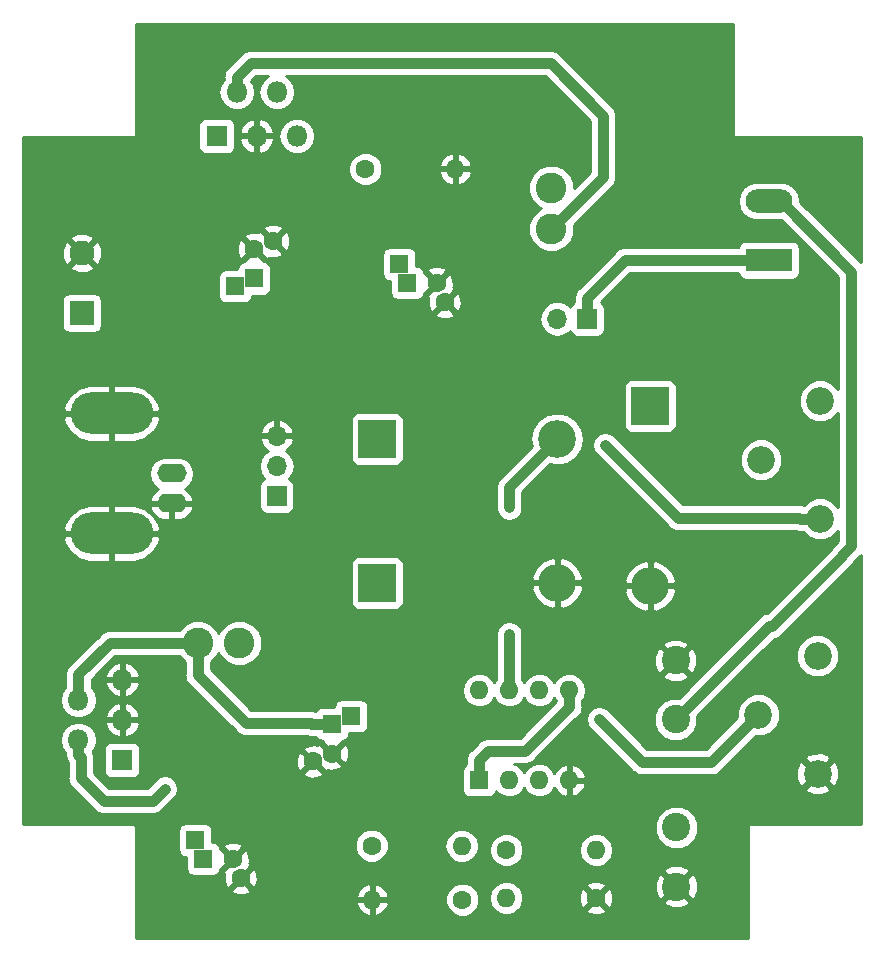
<source format=gbr>
G04 #@! TF.GenerationSoftware,KiCad,Pcbnew,5.0.2-bee76a0~70~ubuntu18.04.1*
G04 #@! TF.CreationDate,2019-02-20T20:23:57+00:00*
G04 #@! TF.ProjectId,lm2596_cc_vc,6c6d3235-3936-45f6-9363-5f76632e6b69,rev?*
G04 #@! TF.SameCoordinates,Original*
G04 #@! TF.FileFunction,Copper,L2,Bot*
G04 #@! TF.FilePolarity,Positive*
%FSLAX46Y46*%
G04 Gerber Fmt 4.6, Leading zero omitted, Abs format (unit mm)*
G04 Created by KiCad (PCBNEW 5.0.2-bee76a0~70~ubuntu18.04.1) date Wed 20 Feb 2019 20:23:57 GMT*
%MOMM*%
%LPD*%
G01*
G04 APERTURE LIST*
G04 #@! TA.AperFunction,ComponentPad*
%ADD10C,2.400000*%
G04 #@! TD*
G04 #@! TA.AperFunction,ComponentPad*
%ADD11R,1.600000X1.600000*%
G04 #@! TD*
G04 #@! TA.AperFunction,ComponentPad*
%ADD12O,1.600000X1.600000*%
G04 #@! TD*
G04 #@! TA.AperFunction,ComponentPad*
%ADD13C,2.100000*%
G04 #@! TD*
G04 #@! TA.AperFunction,ComponentPad*
%ADD14R,2.100000X2.100000*%
G04 #@! TD*
G04 #@! TA.AperFunction,ComponentPad*
%ADD15O,3.960000X1.980000*%
G04 #@! TD*
G04 #@! TA.AperFunction,ComponentPad*
%ADD16R,3.960000X1.980000*%
G04 #@! TD*
G04 #@! TA.AperFunction,ComponentPad*
%ADD17C,1.600000*%
G04 #@! TD*
G04 #@! TA.AperFunction,ComponentPad*
%ADD18R,3.200000X3.200000*%
G04 #@! TD*
G04 #@! TA.AperFunction,ComponentPad*
%ADD19O,3.200000X3.200000*%
G04 #@! TD*
G04 #@! TA.AperFunction,ComponentPad*
%ADD20O,7.000000X3.500000*%
G04 #@! TD*
G04 #@! TA.AperFunction,ComponentPad*
%ADD21O,2.500000X1.600000*%
G04 #@! TD*
G04 #@! TA.AperFunction,ComponentPad*
%ADD22R,1.700000X1.700000*%
G04 #@! TD*
G04 #@! TA.AperFunction,ComponentPad*
%ADD23O,1.700000X1.700000*%
G04 #@! TD*
G04 #@! TA.AperFunction,ComponentPad*
%ADD24C,2.600000*%
G04 #@! TD*
G04 #@! TA.AperFunction,ComponentPad*
%ADD25C,2.340000*%
G04 #@! TD*
G04 #@! TA.AperFunction,ComponentPad*
%ADD26R,1.800000X1.800000*%
G04 #@! TD*
G04 #@! TA.AperFunction,ComponentPad*
%ADD27O,1.800000X1.800000*%
G04 #@! TD*
G04 #@! TA.AperFunction,ViaPad*
%ADD28C,0.800000*%
G04 #@! TD*
G04 #@! TA.AperFunction,Conductor*
%ADD29C,0.950000*%
G04 #@! TD*
G04 #@! TA.AperFunction,Conductor*
%ADD30C,0.254000*%
G04 #@! TD*
G04 APERTURE END LIST*
D10*
G04 #@! TO.P,R7,2*
G04 #@! TO.N,GND*
X100457000Y-121873000D03*
G04 #@! TO.P,R7,1*
G04 #@! TO.N,Net-(J5-Pad2)*
X100457000Y-126873000D03*
G04 #@! TD*
G04 #@! TO.P,R3,2*
G04 #@! TO.N,GND*
X100520500Y-141017000D03*
G04 #@! TO.P,R3,1*
G04 #@! TO.N,Net-(J5-Pad2)*
X100520500Y-136017000D03*
G04 #@! TD*
D11*
G04 #@! TO.P,U3,1*
G04 #@! TO.N,Net-(R6-Pad1)*
X83820000Y-132029200D03*
D12*
G04 #@! TO.P,U3,5*
X91440000Y-124409200D03*
G04 #@! TO.P,U3,2*
G04 #@! TO.N,Net-(R5-Pad1)*
X86360000Y-132029200D03*
G04 #@! TO.P,U3,6*
G04 #@! TO.N,Net-(RV1-Pad2)*
X88900000Y-124409200D03*
G04 #@! TO.P,U3,3*
G04 #@! TO.N,Net-(R1-Pad1)*
X88900000Y-132029200D03*
G04 #@! TO.P,U3,7*
G04 #@! TO.N,Net-(D3-Pad2)*
X86360000Y-124409200D03*
G04 #@! TO.P,U3,4*
G04 #@! TO.N,GND*
X91440000Y-132029200D03*
G04 #@! TO.P,U3,8*
G04 #@! TO.N,+3V3*
X83820000Y-124409200D03*
G04 #@! TD*
D13*
G04 #@! TO.P,J1,2*
G04 #@! TO.N,GND*
X50190400Y-87376000D03*
D14*
G04 #@! TO.P,J1,1*
G04 #@! TO.N,+24V*
X50190400Y-92456000D03*
G04 #@! TD*
D15*
G04 #@! TO.P,J5,2*
G04 #@! TO.N,Net-(J5-Pad2)*
X108356400Y-82985600D03*
D16*
G04 #@! TO.P,J5,1*
G04 #@! TO.N,Net-(J4-Pad1)*
X108356400Y-87985600D03*
G04 #@! TD*
D17*
G04 #@! TO.P,C1,2*
G04 #@! TO.N,GND*
X63622937Y-140284000D03*
D11*
G04 #@! TO.P,C1,1*
G04 #@! TO.N,+24V*
X59781063Y-137084000D03*
D17*
G04 #@! TO.P,C1,2*
G04 #@! TO.N,GND*
X62952000Y-138684000D03*
D11*
G04 #@! TO.P,C1,1*
G04 #@! TO.N,+24V*
X60452000Y-138684000D03*
G04 #@! TD*
D17*
G04 #@! TO.P,C2,2*
G04 #@! TO.N,GND*
X66370000Y-86364063D03*
D11*
G04 #@! TO.P,C2,1*
G04 #@! TO.N,+24V*
X63170000Y-90205937D03*
D17*
G04 #@! TO.P,C2,2*
G04 #@! TO.N,GND*
X64770000Y-87035000D03*
D11*
G04 #@! TO.P,C2,1*
G04 #@! TO.N,+24V*
X64770000Y-89535000D03*
G04 #@! TD*
G04 #@! TO.P,C3,1*
G04 #@! TO.N,+3V3*
X71374000Y-127254000D03*
D17*
G04 #@! TO.P,C3,2*
G04 #@! TO.N,GND*
X71374000Y-129754000D03*
D11*
G04 #@! TO.P,C3,1*
G04 #@! TO.N,+3V3*
X72974000Y-126583063D03*
D17*
G04 #@! TO.P,C3,2*
G04 #@! TO.N,GND*
X69774000Y-130424937D03*
G04 #@! TD*
D11*
G04 #@! TO.P,C4,1*
G04 #@! TO.N,Net-(C4-Pad1)*
X77724000Y-89916000D03*
D17*
G04 #@! TO.P,C4,2*
G04 #@! TO.N,GND*
X80224000Y-89916000D03*
D11*
G04 #@! TO.P,C4,1*
G04 #@! TO.N,Net-(C4-Pad1)*
X77053063Y-88316000D03*
D17*
G04 #@! TO.P,C4,2*
G04 #@! TO.N,GND*
X80894937Y-91516000D03*
G04 #@! TD*
D18*
G04 #@! TO.P,D1,1*
G04 #@! TO.N,Net-(D1-Pad1)*
X75184000Y-115316000D03*
D19*
G04 #@! TO.P,D1,2*
G04 #@! TO.N,GND*
X90424000Y-115316000D03*
G04 #@! TD*
D18*
G04 #@! TO.P,D2,1*
G04 #@! TO.N,Net-(D2-Pad1)*
X98298000Y-100330000D03*
D19*
G04 #@! TO.P,D2,2*
G04 #@! TO.N,GND*
X98298000Y-115570000D03*
G04 #@! TD*
G04 #@! TO.P,D3,2*
G04 #@! TO.N,Net-(D3-Pad2)*
X90424000Y-103124000D03*
D18*
G04 #@! TO.P,D3,1*
G04 #@! TO.N,Net-(D3-Pad1)*
X75184000Y-103124000D03*
G04 #@! TD*
D20*
G04 #@! TO.P,J2,2*
G04 #@! TO.N,GND*
X52705000Y-111125000D03*
X52705000Y-100965000D03*
D21*
G04 #@! TO.P,J2,1*
G04 #@! TO.N,Net-(J2-Pad1)*
X57785000Y-106045000D03*
G04 #@! TO.P,J2,2*
G04 #@! TO.N,GND*
X57785000Y-108585000D03*
G04 #@! TD*
D22*
G04 #@! TO.P,J3,1*
G04 #@! TO.N,Net-(J2-Pad1)*
X66675000Y-107950000D03*
D23*
G04 #@! TO.P,J3,2*
G04 #@! TO.N,Net-(J3-Pad2)*
X66675000Y-105410000D03*
G04 #@! TO.P,J3,3*
G04 #@! TO.N,GND*
X66675000Y-102870000D03*
G04 #@! TD*
G04 #@! TO.P,J4,2*
G04 #@! TO.N,Net-(C4-Pad1)*
X90424000Y-92964000D03*
D22*
G04 #@! TO.P,J4,1*
G04 #@! TO.N,Net-(J4-Pad1)*
X92964000Y-92964000D03*
G04 #@! TD*
D24*
G04 #@! TO.P,L1,2*
G04 #@! TO.N,+3V3*
X60000000Y-120396000D03*
G04 #@! TO.P,L1,1*
G04 #@! TO.N,Net-(D1-Pad1)*
X63500000Y-120396000D03*
G04 #@! TD*
G04 #@! TO.P,L2,1*
G04 #@! TO.N,Net-(D2-Pad1)*
X89916000Y-85344000D03*
G04 #@! TO.P,L2,2*
G04 #@! TO.N,Net-(C4-Pad1)*
X89916000Y-81844000D03*
G04 #@! TD*
D17*
G04 #@! TO.P,R1,1*
G04 #@! TO.N,Net-(R1-Pad1)*
X86106000Y-137922000D03*
D12*
G04 #@! TO.P,R1,2*
G04 #@! TO.N,Net-(J5-Pad2)*
X93726000Y-137922000D03*
G04 #@! TD*
G04 #@! TO.P,R2,2*
G04 #@! TO.N,Net-(R1-Pad1)*
X86106000Y-141986000D03*
D17*
G04 #@! TO.P,R2,1*
G04 #@! TO.N,GND*
X93726000Y-141986000D03*
G04 #@! TD*
G04 #@! TO.P,R4,1*
G04 #@! TO.N,Net-(D3-Pad1)*
X74168000Y-80264000D03*
D12*
G04 #@! TO.P,R4,2*
G04 #@! TO.N,GND*
X81788000Y-80264000D03*
G04 #@! TD*
G04 #@! TO.P,R5,2*
G04 #@! TO.N,GND*
X74777600Y-142138400D03*
D17*
G04 #@! TO.P,R5,1*
G04 #@! TO.N,Net-(R5-Pad1)*
X82397600Y-142138400D03*
G04 #@! TD*
G04 #@! TO.P,R6,1*
G04 #@! TO.N,Net-(R6-Pad1)*
X74726800Y-137566400D03*
D12*
G04 #@! TO.P,R6,2*
G04 #@! TO.N,Net-(R5-Pad1)*
X82346800Y-137566400D03*
G04 #@! TD*
D25*
G04 #@! TO.P,RV1,1*
G04 #@! TO.N,GND*
X112471200Y-131470400D03*
G04 #@! TO.P,RV1,2*
G04 #@! TO.N,Net-(RV1-Pad2)*
X107471200Y-126470400D03*
G04 #@! TO.P,RV1,3*
G04 #@! TO.N,+3V3*
X112471200Y-121470400D03*
G04 #@! TD*
G04 #@! TO.P,RV2,3*
G04 #@! TO.N,Net-(D3-Pad1)*
X112674400Y-99880400D03*
G04 #@! TO.P,RV2,2*
X107674400Y-104880400D03*
G04 #@! TO.P,RV2,1*
G04 #@! TO.N,Net-(C4-Pad1)*
X112674400Y-109880400D03*
G04 #@! TD*
D26*
G04 #@! TO.P,U1,1*
G04 #@! TO.N,+24V*
X53594000Y-130302000D03*
D27*
G04 #@! TO.P,U1,2*
G04 #@! TO.N,Net-(D1-Pad1)*
X49894000Y-128602000D03*
G04 #@! TO.P,U1,3*
G04 #@! TO.N,GND*
X53594000Y-126902000D03*
G04 #@! TO.P,U1,4*
G04 #@! TO.N,+3V3*
X49894000Y-125202000D03*
G04 #@! TO.P,U1,5*
G04 #@! TO.N,GND*
X53594000Y-123502000D03*
G04 #@! TD*
G04 #@! TO.P,U2,5*
G04 #@! TO.N,Net-(J3-Pad2)*
X68395000Y-77470000D03*
G04 #@! TO.P,U2,4*
G04 #@! TO.N,Net-(D3-Pad1)*
X66695000Y-73770000D03*
G04 #@! TO.P,U2,3*
G04 #@! TO.N,GND*
X64995000Y-77470000D03*
G04 #@! TO.P,U2,2*
G04 #@! TO.N,Net-(D2-Pad1)*
X63295000Y-73770000D03*
D26*
G04 #@! TO.P,U2,1*
G04 #@! TO.N,+24V*
X61595000Y-77470000D03*
G04 #@! TD*
D28*
G04 #@! TO.N,Net-(C4-Pad1)*
X94488000Y-103632000D03*
G04 #@! TO.N,Net-(D1-Pad1)*
X57200800Y-132740400D03*
G04 #@! TO.N,Net-(D3-Pad2)*
X86360000Y-108902500D03*
X86360000Y-119634000D03*
G04 #@! TO.N,Net-(RV1-Pad2)*
X93980000Y-126873000D03*
G04 #@! TD*
D29*
G04 #@! TO.N,+3V3*
X49894000Y-125202000D02*
X49894000Y-124858000D01*
X49894000Y-125202000D02*
X49894000Y-123046000D01*
X52544000Y-120396000D02*
X60000000Y-120396000D01*
X49894000Y-123046000D02*
X52544000Y-120396000D01*
X69624000Y-127254000D02*
X69573200Y-127203200D01*
X71374000Y-127254000D02*
X69624000Y-127254000D01*
X60000000Y-123093600D02*
X60000000Y-120396000D01*
X69573200Y-127203200D02*
X66807200Y-127203200D01*
X66807200Y-127203200D02*
X66756400Y-127152400D01*
X66756400Y-127152400D02*
X64058800Y-127152400D01*
X64058800Y-127152400D02*
X60000000Y-123093600D01*
G04 #@! TO.N,Net-(C4-Pad1)*
X111019771Y-109880400D02*
X110918171Y-109778800D01*
X112674400Y-109880400D02*
X111019771Y-109880400D01*
X100634800Y-109778800D02*
X94488000Y-103632000D01*
X110918171Y-109778800D02*
X100634800Y-109778800D01*
G04 #@! TO.N,Net-(D1-Pad1)*
X49894000Y-129874792D02*
X50088800Y-130069592D01*
X49894000Y-128602000D02*
X49894000Y-129874792D01*
X50088800Y-130069592D02*
X50088800Y-131826000D01*
X50088800Y-131826000D02*
X52019200Y-133756400D01*
X52019200Y-133756400D02*
X56184800Y-133756400D01*
X56184800Y-133756400D02*
X57200800Y-132740400D01*
G04 #@! TO.N,Net-(D2-Pad1)*
X94284800Y-80975200D02*
X89916000Y-85344000D01*
X94284800Y-75742800D02*
X94284800Y-80975200D01*
X64469008Y-71323200D02*
X89865200Y-71323200D01*
X89865200Y-71323200D02*
X94284800Y-75742800D01*
X63295000Y-73770000D02*
X63295000Y-72497208D01*
X63295000Y-72497208D02*
X64469008Y-71323200D01*
G04 #@! TO.N,Net-(D3-Pad2)*
X90424000Y-103124000D02*
X86360000Y-107188000D01*
X86360000Y-107188000D02*
X86360000Y-108902500D01*
X86360000Y-119634000D02*
X86360000Y-124409200D01*
G04 #@! TO.N,Net-(J4-Pad1)*
X105426400Y-87985600D02*
X108356400Y-87985600D01*
X92964000Y-91164000D02*
X96142400Y-87985600D01*
X96142400Y-87985600D02*
X105426400Y-87985600D01*
X92964000Y-92964000D02*
X92964000Y-91164000D01*
G04 #@! TO.N,Net-(J5-Pad2)*
X100457000Y-126873000D02*
X108394500Y-118935500D01*
X108394500Y-118935500D02*
X108648500Y-118935500D01*
X114569401Y-113014599D02*
X114569401Y-112951099D01*
X108648500Y-118935500D02*
X114569401Y-113014599D01*
X114569401Y-112951099D02*
X115316000Y-112204500D01*
X109346400Y-82985600D02*
X108356400Y-82985600D01*
X115316000Y-88955200D02*
X109346400Y-82985600D01*
X115316000Y-112204500D02*
X115316000Y-88955200D01*
G04 #@! TO.N,Net-(R6-Pad1)*
X83820000Y-130279200D02*
X84559200Y-129540000D01*
X83820000Y-132029200D02*
X83820000Y-130279200D01*
X91440000Y-125809070D02*
X91440000Y-125540570D01*
X91440000Y-125540570D02*
X91440000Y-124409200D01*
X87709070Y-129540000D02*
X91440000Y-125809070D01*
X84559200Y-129540000D02*
X87709070Y-129540000D01*
G04 #@! TO.N,Net-(RV1-Pad2)*
X93980000Y-126873000D02*
X97599500Y-130492500D01*
X103449100Y-130492500D02*
X107471200Y-126470400D01*
X97599500Y-130492500D02*
X103449100Y-130492500D01*
G04 #@! TD*
D30*
G04 #@! TO.N,GND*
G36*
X105283000Y-77470000D02*
X105292667Y-77518601D01*
X105320197Y-77559803D01*
X105361399Y-77587333D01*
X105410000Y-77597000D01*
X116130000Y-77597000D01*
X116130000Y-88175491D01*
X116116265Y-88154935D01*
X116023585Y-88093008D01*
X110988791Y-83058215D01*
X111003235Y-82985600D01*
X110877116Y-82351557D01*
X110517959Y-81814041D01*
X109980443Y-81454884D01*
X109506445Y-81360600D01*
X107206355Y-81360600D01*
X106732357Y-81454884D01*
X106194841Y-81814041D01*
X105835684Y-82351557D01*
X105709565Y-82985600D01*
X105835684Y-83619643D01*
X106194841Y-84157159D01*
X106732357Y-84516316D01*
X107206355Y-84610600D01*
X109401624Y-84610600D01*
X114206001Y-89414978D01*
X114206001Y-98861319D01*
X114204605Y-98857950D01*
X113696850Y-98350195D01*
X113033437Y-98075400D01*
X112315363Y-98075400D01*
X111651950Y-98350195D01*
X111144195Y-98857950D01*
X110869400Y-99521363D01*
X110869400Y-100239437D01*
X111144195Y-100902850D01*
X111651950Y-101410605D01*
X112315363Y-101685400D01*
X113033437Y-101685400D01*
X113696850Y-101410605D01*
X114204605Y-100902850D01*
X114206000Y-100899481D01*
X114206000Y-108861318D01*
X114204605Y-108857950D01*
X113696850Y-108350195D01*
X113033437Y-108075400D01*
X112315363Y-108075400D01*
X111651950Y-108350195D01*
X111282601Y-108719544D01*
X111027495Y-108668800D01*
X111027490Y-108668800D01*
X110918171Y-108647055D01*
X110808852Y-108668800D01*
X101094577Y-108668800D01*
X96947140Y-104521363D01*
X105869400Y-104521363D01*
X105869400Y-105239437D01*
X106144195Y-105902850D01*
X106651950Y-106410605D01*
X107315363Y-106685400D01*
X108033437Y-106685400D01*
X108696850Y-106410605D01*
X109204605Y-105902850D01*
X109479400Y-105239437D01*
X109479400Y-104521363D01*
X109204605Y-103857950D01*
X108696850Y-103350195D01*
X108033437Y-103075400D01*
X107315363Y-103075400D01*
X106651950Y-103350195D01*
X106144195Y-103857950D01*
X105869400Y-104521363D01*
X96947140Y-104521363D01*
X95195584Y-102769808D01*
X94921100Y-102586404D01*
X94488000Y-102500255D01*
X94054900Y-102586404D01*
X93687735Y-102831735D01*
X93442404Y-103198900D01*
X93356255Y-103632000D01*
X93442404Y-104065100D01*
X93625808Y-104339584D01*
X99772607Y-110486384D01*
X99834535Y-110579065D01*
X100201700Y-110824397D01*
X100525476Y-110888800D01*
X100525480Y-110888800D01*
X100634800Y-110910545D01*
X100744119Y-110888800D01*
X110531002Y-110888800D01*
X110586671Y-110925997D01*
X110910447Y-110990400D01*
X110910451Y-110990400D01*
X111019770Y-111012145D01*
X111129090Y-110990400D01*
X111231745Y-110990400D01*
X111651950Y-111410605D01*
X112315363Y-111685400D01*
X113033437Y-111685400D01*
X113696850Y-111410605D01*
X114204605Y-110902850D01*
X114206000Y-110899482D01*
X114206000Y-111744723D01*
X113861818Y-112088906D01*
X113769136Y-112150834D01*
X113579341Y-112434882D01*
X108164775Y-117849449D01*
X107961400Y-117889903D01*
X107594235Y-118135235D01*
X107532308Y-118227915D01*
X100722224Y-125038000D01*
X100091996Y-125038000D01*
X99417556Y-125317362D01*
X98901362Y-125833556D01*
X98622000Y-126507996D01*
X98622000Y-127238004D01*
X98901362Y-127912444D01*
X99417556Y-128428638D01*
X100091996Y-128708000D01*
X100822004Y-128708000D01*
X101496444Y-128428638D01*
X102012638Y-127912444D01*
X102292000Y-127238004D01*
X102292000Y-126607776D01*
X107788413Y-121111363D01*
X110666200Y-121111363D01*
X110666200Y-121829437D01*
X110940995Y-122492850D01*
X111448750Y-123000605D01*
X112112163Y-123275400D01*
X112830237Y-123275400D01*
X113493650Y-123000605D01*
X114001405Y-122492850D01*
X114276200Y-121829437D01*
X114276200Y-121111363D01*
X114001405Y-120447950D01*
X113493650Y-119940195D01*
X112830237Y-119665400D01*
X112112163Y-119665400D01*
X111448750Y-119940195D01*
X110940995Y-120447950D01*
X110666200Y-121111363D01*
X107788413Y-121111363D01*
X108878226Y-120021550D01*
X109081600Y-119981097D01*
X109448765Y-119735765D01*
X109510693Y-119643083D01*
X115276987Y-113876790D01*
X115369666Y-113814864D01*
X115559462Y-113530814D01*
X116023585Y-113066691D01*
X116116265Y-113004765D01*
X116130001Y-112984208D01*
X116130001Y-135763000D01*
X106680000Y-135763000D01*
X106631399Y-135772667D01*
X106590197Y-135800197D01*
X106562667Y-135841399D01*
X106553000Y-135890000D01*
X106553000Y-145340000D01*
X54737000Y-145340000D01*
X54737000Y-142487439D01*
X73385696Y-142487439D01*
X73546559Y-142875823D01*
X73922466Y-143290789D01*
X74428559Y-143530314D01*
X74650600Y-143409029D01*
X74650600Y-142265400D01*
X74904600Y-142265400D01*
X74904600Y-143409029D01*
X75126641Y-143530314D01*
X75632734Y-143290789D01*
X76008641Y-142875823D01*
X76169504Y-142487439D01*
X76047515Y-142265400D01*
X74904600Y-142265400D01*
X74650600Y-142265400D01*
X73507685Y-142265400D01*
X73385696Y-142487439D01*
X54737000Y-142487439D01*
X54737000Y-141789361D01*
X73385696Y-141789361D01*
X73507685Y-142011400D01*
X74650600Y-142011400D01*
X74650600Y-140867771D01*
X74904600Y-140867771D01*
X74904600Y-142011400D01*
X76047515Y-142011400D01*
X76134561Y-141852961D01*
X80962600Y-141852961D01*
X80962600Y-142423839D01*
X81181066Y-142951262D01*
X81584738Y-143354934D01*
X82112161Y-143573400D01*
X82683039Y-143573400D01*
X83210462Y-143354934D01*
X83614134Y-142951262D01*
X83832600Y-142423839D01*
X83832600Y-141986000D01*
X84642887Y-141986000D01*
X84754260Y-142545909D01*
X85071423Y-143020577D01*
X85546091Y-143337740D01*
X85964667Y-143421000D01*
X86247333Y-143421000D01*
X86665909Y-143337740D01*
X87140577Y-143020577D01*
X87158505Y-142993745D01*
X92897861Y-142993745D01*
X92971995Y-143239864D01*
X93509223Y-143432965D01*
X94079454Y-143405778D01*
X94480005Y-143239864D01*
X94554139Y-142993745D01*
X93726000Y-142165605D01*
X92897861Y-142993745D01*
X87158505Y-142993745D01*
X87457740Y-142545909D01*
X87569113Y-141986000D01*
X87525994Y-141769223D01*
X92279035Y-141769223D01*
X92306222Y-142339454D01*
X92472136Y-142740005D01*
X92718255Y-142814139D01*
X93546395Y-141986000D01*
X93905605Y-141986000D01*
X94733745Y-142814139D01*
X94979864Y-142740005D01*
X95132924Y-142314175D01*
X99402930Y-142314175D01*
X99526065Y-142601788D01*
X100208234Y-142861707D01*
X100937943Y-142840786D01*
X101514935Y-142601788D01*
X101638070Y-142314175D01*
X100520500Y-141196605D01*
X99402930Y-142314175D01*
X95132924Y-142314175D01*
X95172965Y-142202777D01*
X95145778Y-141632546D01*
X94979864Y-141231995D01*
X94733745Y-141157861D01*
X93905605Y-141986000D01*
X93546395Y-141986000D01*
X92718255Y-141157861D01*
X92472136Y-141231995D01*
X92279035Y-141769223D01*
X87525994Y-141769223D01*
X87457740Y-141426091D01*
X87158506Y-140978255D01*
X92897861Y-140978255D01*
X93726000Y-141806395D01*
X94554139Y-140978255D01*
X94480005Y-140732136D01*
X94403770Y-140704734D01*
X98675793Y-140704734D01*
X98696714Y-141434443D01*
X98935712Y-142011435D01*
X99223325Y-142134570D01*
X100340895Y-141017000D01*
X100700105Y-141017000D01*
X101817675Y-142134570D01*
X102105288Y-142011435D01*
X102365207Y-141329266D01*
X102344286Y-140599557D01*
X102105288Y-140022565D01*
X101817675Y-139899430D01*
X100700105Y-141017000D01*
X100340895Y-141017000D01*
X99223325Y-139899430D01*
X98935712Y-140022565D01*
X98675793Y-140704734D01*
X94403770Y-140704734D01*
X93942777Y-140539035D01*
X93372546Y-140566222D01*
X92971995Y-140732136D01*
X92897861Y-140978255D01*
X87158506Y-140978255D01*
X87140577Y-140951423D01*
X86665909Y-140634260D01*
X86247333Y-140551000D01*
X85964667Y-140551000D01*
X85546091Y-140634260D01*
X85071423Y-140951423D01*
X84754260Y-141426091D01*
X84642887Y-141986000D01*
X83832600Y-141986000D01*
X83832600Y-141852961D01*
X83614134Y-141325538D01*
X83210462Y-140921866D01*
X82683039Y-140703400D01*
X82112161Y-140703400D01*
X81584738Y-140921866D01*
X81181066Y-141325538D01*
X80962600Y-141852961D01*
X76134561Y-141852961D01*
X76169504Y-141789361D01*
X76008641Y-141400977D01*
X75632734Y-140986011D01*
X75126641Y-140746486D01*
X74904600Y-140867771D01*
X74650600Y-140867771D01*
X74428559Y-140746486D01*
X73922466Y-140986011D01*
X73546559Y-141400977D01*
X73385696Y-141789361D01*
X54737000Y-141789361D01*
X54737000Y-141291745D01*
X62794798Y-141291745D01*
X62868932Y-141537864D01*
X63406160Y-141730965D01*
X63976391Y-141703778D01*
X64376942Y-141537864D01*
X64451076Y-141291745D01*
X63622937Y-140463605D01*
X62794798Y-141291745D01*
X54737000Y-141291745D01*
X54737000Y-136284000D01*
X58333623Y-136284000D01*
X58333623Y-137884000D01*
X58382906Y-138131765D01*
X58523254Y-138341809D01*
X58733298Y-138482157D01*
X58981063Y-138531440D01*
X59004560Y-138531440D01*
X59004560Y-139484000D01*
X59053843Y-139731765D01*
X59194191Y-139941809D01*
X59404235Y-140082157D01*
X59652000Y-140131440D01*
X61252000Y-140131440D01*
X61499765Y-140082157D01*
X61709809Y-139941809D01*
X61850157Y-139731765D01*
X61858117Y-139691745D01*
X62123861Y-139691745D01*
X62197995Y-139937864D01*
X62219669Y-139945654D01*
X62175972Y-140067223D01*
X62203159Y-140637454D01*
X62369073Y-141038005D01*
X62615192Y-141112139D01*
X63443332Y-140284000D01*
X63802542Y-140284000D01*
X64630682Y-141112139D01*
X64876801Y-141038005D01*
X65069902Y-140500777D01*
X65042715Y-139930546D01*
X64955432Y-139719825D01*
X99402930Y-139719825D01*
X100520500Y-140837395D01*
X101638070Y-139719825D01*
X101514935Y-139432212D01*
X100832766Y-139172293D01*
X100103057Y-139193214D01*
X99526065Y-139432212D01*
X99402930Y-139719825D01*
X64955432Y-139719825D01*
X64876801Y-139529995D01*
X64630682Y-139455861D01*
X63802542Y-140284000D01*
X63443332Y-140284000D01*
X63429190Y-140269858D01*
X63608795Y-140090253D01*
X63622937Y-140104395D01*
X64451076Y-139276255D01*
X64376942Y-139030136D01*
X64355268Y-139022346D01*
X64398965Y-138900777D01*
X64371778Y-138330546D01*
X64205864Y-137929995D01*
X63959745Y-137855861D01*
X63131605Y-138684000D01*
X63145748Y-138698143D01*
X62966143Y-138877748D01*
X62952000Y-138863605D01*
X62123861Y-139691745D01*
X61858117Y-139691745D01*
X61896693Y-139497813D01*
X61944255Y-139512139D01*
X62772395Y-138684000D01*
X61944255Y-137855861D01*
X61896693Y-137870187D01*
X61858118Y-137676255D01*
X62123861Y-137676255D01*
X62952000Y-138504395D01*
X63780139Y-137676255D01*
X63706005Y-137430136D01*
X63290984Y-137280961D01*
X73291800Y-137280961D01*
X73291800Y-137851839D01*
X73510266Y-138379262D01*
X73913938Y-138782934D01*
X74441361Y-139001400D01*
X75012239Y-139001400D01*
X75539662Y-138782934D01*
X75943334Y-138379262D01*
X76161800Y-137851839D01*
X76161800Y-137566400D01*
X80883687Y-137566400D01*
X80995060Y-138126309D01*
X81312223Y-138600977D01*
X81786891Y-138918140D01*
X82205467Y-139001400D01*
X82488133Y-139001400D01*
X82906709Y-138918140D01*
X83381377Y-138600977D01*
X83698540Y-138126309D01*
X83795957Y-137636561D01*
X84671000Y-137636561D01*
X84671000Y-138207439D01*
X84889466Y-138734862D01*
X85293138Y-139138534D01*
X85820561Y-139357000D01*
X86391439Y-139357000D01*
X86918862Y-139138534D01*
X87322534Y-138734862D01*
X87541000Y-138207439D01*
X87541000Y-137922000D01*
X92262887Y-137922000D01*
X92374260Y-138481909D01*
X92691423Y-138956577D01*
X93166091Y-139273740D01*
X93584667Y-139357000D01*
X93867333Y-139357000D01*
X94285909Y-139273740D01*
X94760577Y-138956577D01*
X95077740Y-138481909D01*
X95189113Y-137922000D01*
X95077740Y-137362091D01*
X94760577Y-136887423D01*
X94285909Y-136570260D01*
X93867333Y-136487000D01*
X93584667Y-136487000D01*
X93166091Y-136570260D01*
X92691423Y-136887423D01*
X92374260Y-137362091D01*
X92262887Y-137922000D01*
X87541000Y-137922000D01*
X87541000Y-137636561D01*
X87322534Y-137109138D01*
X86918862Y-136705466D01*
X86391439Y-136487000D01*
X85820561Y-136487000D01*
X85293138Y-136705466D01*
X84889466Y-137109138D01*
X84671000Y-137636561D01*
X83795957Y-137636561D01*
X83809913Y-137566400D01*
X83698540Y-137006491D01*
X83381377Y-136531823D01*
X82906709Y-136214660D01*
X82488133Y-136131400D01*
X82205467Y-136131400D01*
X81786891Y-136214660D01*
X81312223Y-136531823D01*
X80995060Y-137006491D01*
X80883687Y-137566400D01*
X76161800Y-137566400D01*
X76161800Y-137280961D01*
X75943334Y-136753538D01*
X75539662Y-136349866D01*
X75012239Y-136131400D01*
X74441361Y-136131400D01*
X73913938Y-136349866D01*
X73510266Y-136753538D01*
X73291800Y-137280961D01*
X63290984Y-137280961D01*
X63168777Y-137237035D01*
X62598546Y-137264222D01*
X62197995Y-137430136D01*
X62123861Y-137676255D01*
X61858118Y-137676255D01*
X61850157Y-137636235D01*
X61709809Y-137426191D01*
X61499765Y-137285843D01*
X61252000Y-137236560D01*
X61228503Y-137236560D01*
X61228503Y-136284000D01*
X61179220Y-136036235D01*
X61038872Y-135826191D01*
X60828828Y-135685843D01*
X60658666Y-135651996D01*
X98685500Y-135651996D01*
X98685500Y-136382004D01*
X98964862Y-137056444D01*
X99481056Y-137572638D01*
X100155496Y-137852000D01*
X100885504Y-137852000D01*
X101559944Y-137572638D01*
X102076138Y-137056444D01*
X102355500Y-136382004D01*
X102355500Y-135651996D01*
X102076138Y-134977556D01*
X101559944Y-134461362D01*
X100885504Y-134182000D01*
X100155496Y-134182000D01*
X99481056Y-134461362D01*
X98964862Y-134977556D01*
X98685500Y-135651996D01*
X60658666Y-135651996D01*
X60581063Y-135636560D01*
X58981063Y-135636560D01*
X58733298Y-135685843D01*
X58523254Y-135826191D01*
X58382906Y-136036235D01*
X58333623Y-136284000D01*
X54737000Y-136284000D01*
X54737000Y-135890000D01*
X54727333Y-135841399D01*
X54699803Y-135800197D01*
X54658601Y-135772667D01*
X54610000Y-135763000D01*
X45160000Y-135763000D01*
X45160000Y-128602000D01*
X48328928Y-128602000D01*
X48448062Y-129200927D01*
X48784000Y-129703694D01*
X48784000Y-129765473D01*
X48762255Y-129874792D01*
X48784000Y-129984111D01*
X48784000Y-129984116D01*
X48801379Y-130071483D01*
X48848404Y-130307892D01*
X48978800Y-130503044D01*
X48978800Y-131716681D01*
X48957055Y-131826000D01*
X48978800Y-131935319D01*
X48978800Y-131935324D01*
X49019220Y-132138524D01*
X49043204Y-132259100D01*
X49168631Y-132446814D01*
X49288536Y-132626265D01*
X49381215Y-132688191D01*
X51157008Y-134463985D01*
X51218935Y-134556665D01*
X51586100Y-134801997D01*
X51909876Y-134866400D01*
X51909880Y-134866400D01*
X52019200Y-134888145D01*
X52128519Y-134866400D01*
X56075481Y-134866400D01*
X56184800Y-134888145D01*
X56294119Y-134866400D01*
X56294124Y-134866400D01*
X56617900Y-134801997D01*
X56985065Y-134556665D01*
X57046993Y-134463983D01*
X58062992Y-133447985D01*
X58246396Y-133173501D01*
X58332545Y-132740400D01*
X58246396Y-132307300D01*
X58001065Y-131940135D01*
X57633900Y-131694804D01*
X57200800Y-131608655D01*
X56767699Y-131694804D01*
X56493215Y-131878208D01*
X55725024Y-132646400D01*
X52478977Y-132646400D01*
X51198800Y-131366224D01*
X51198800Y-130178911D01*
X51220545Y-130069592D01*
X51198800Y-129960273D01*
X51198800Y-129960268D01*
X51134397Y-129636492D01*
X51091650Y-129572516D01*
X51205585Y-129402000D01*
X52046560Y-129402000D01*
X52046560Y-131202000D01*
X52095843Y-131449765D01*
X52236191Y-131659809D01*
X52446235Y-131800157D01*
X52694000Y-131849440D01*
X54494000Y-131849440D01*
X54741765Y-131800157D01*
X54951809Y-131659809D01*
X55092157Y-131449765D01*
X55095554Y-131432682D01*
X68945861Y-131432682D01*
X69019995Y-131678801D01*
X69557223Y-131871902D01*
X70127454Y-131844715D01*
X70528005Y-131678801D01*
X70602139Y-131432682D01*
X69774000Y-130604542D01*
X68945861Y-131432682D01*
X55095554Y-131432682D01*
X55141440Y-131202000D01*
X55141440Y-130208160D01*
X68327035Y-130208160D01*
X68354222Y-130778391D01*
X68520136Y-131178942D01*
X68766255Y-131253076D01*
X69594395Y-130424937D01*
X68766255Y-129596798D01*
X68520136Y-129670932D01*
X68327035Y-130208160D01*
X55141440Y-130208160D01*
X55141440Y-129417192D01*
X68945861Y-129417192D01*
X69774000Y-130245332D01*
X69788143Y-130231190D01*
X69967748Y-130410795D01*
X69953605Y-130424937D01*
X70781745Y-131253076D01*
X71027864Y-131178942D01*
X71035654Y-131157268D01*
X71157223Y-131200965D01*
X71727454Y-131173778D01*
X72128005Y-131007864D01*
X72202139Y-130761745D01*
X71374000Y-129933605D01*
X71359858Y-129947748D01*
X71180253Y-129768143D01*
X71194395Y-129754000D01*
X71553605Y-129754000D01*
X72381745Y-130582139D01*
X72627864Y-130508005D01*
X72820965Y-129970777D01*
X72793778Y-129400546D01*
X72627864Y-128999995D01*
X72381745Y-128925861D01*
X71553605Y-129754000D01*
X71194395Y-129754000D01*
X70366255Y-128925861D01*
X70120136Y-128999995D01*
X70112346Y-129021669D01*
X69990777Y-128977972D01*
X69420546Y-129005159D01*
X69019995Y-129171073D01*
X68945861Y-129417192D01*
X55141440Y-129417192D01*
X55141440Y-129402000D01*
X55092157Y-129154235D01*
X54951809Y-128944191D01*
X54741765Y-128803843D01*
X54494000Y-128754560D01*
X52694000Y-128754560D01*
X52446235Y-128803843D01*
X52236191Y-128944191D01*
X52095843Y-129154235D01*
X52046560Y-129402000D01*
X51205585Y-129402000D01*
X51339938Y-129200927D01*
X51459072Y-128602000D01*
X51339938Y-128003073D01*
X51000673Y-127495327D01*
X50658572Y-127266742D01*
X52102954Y-127266742D01*
X52356034Y-127809576D01*
X52797583Y-128214240D01*
X53229260Y-128393036D01*
X53467000Y-128272378D01*
X53467000Y-127029000D01*
X53721000Y-127029000D01*
X53721000Y-128272378D01*
X53958740Y-128393036D01*
X54390417Y-128214240D01*
X54831966Y-127809576D01*
X55085046Y-127266742D01*
X54964997Y-127029000D01*
X53721000Y-127029000D01*
X53467000Y-127029000D01*
X52223003Y-127029000D01*
X52102954Y-127266742D01*
X50658572Y-127266742D01*
X50492927Y-127156062D01*
X50045182Y-127067000D01*
X49742818Y-127067000D01*
X49295073Y-127156062D01*
X48787327Y-127495327D01*
X48448062Y-128003073D01*
X48328928Y-128602000D01*
X45160000Y-128602000D01*
X45160000Y-125202000D01*
X48328928Y-125202000D01*
X48448062Y-125800927D01*
X48787327Y-126308673D01*
X49295073Y-126647938D01*
X49742818Y-126737000D01*
X50045182Y-126737000D01*
X50492927Y-126647938D01*
X50658571Y-126537258D01*
X52102954Y-126537258D01*
X52223003Y-126775000D01*
X53467000Y-126775000D01*
X53467000Y-125531622D01*
X53721000Y-125531622D01*
X53721000Y-126775000D01*
X54964997Y-126775000D01*
X55085046Y-126537258D01*
X54831966Y-125994424D01*
X54390417Y-125589760D01*
X53958740Y-125410964D01*
X53721000Y-125531622D01*
X53467000Y-125531622D01*
X53229260Y-125410964D01*
X52797583Y-125589760D01*
X52356034Y-125994424D01*
X52102954Y-126537258D01*
X50658571Y-126537258D01*
X51000673Y-126308673D01*
X51339938Y-125800927D01*
X51459072Y-125202000D01*
X51339938Y-124603073D01*
X51004000Y-124100306D01*
X51004000Y-123866742D01*
X52102954Y-123866742D01*
X52356034Y-124409576D01*
X52797583Y-124814240D01*
X53229260Y-124993036D01*
X53467000Y-124872378D01*
X53467000Y-123629000D01*
X53721000Y-123629000D01*
X53721000Y-124872378D01*
X53958740Y-124993036D01*
X54390417Y-124814240D01*
X54831966Y-124409576D01*
X55085046Y-123866742D01*
X54964997Y-123629000D01*
X53721000Y-123629000D01*
X53467000Y-123629000D01*
X52223003Y-123629000D01*
X52102954Y-123866742D01*
X51004000Y-123866742D01*
X51004000Y-123505776D01*
X51372518Y-123137258D01*
X52102954Y-123137258D01*
X52223003Y-123375000D01*
X53467000Y-123375000D01*
X53467000Y-122131622D01*
X53721000Y-122131622D01*
X53721000Y-123375000D01*
X54964997Y-123375000D01*
X55085046Y-123137258D01*
X54831966Y-122594424D01*
X54390417Y-122189760D01*
X53958740Y-122010964D01*
X53721000Y-122131622D01*
X53467000Y-122131622D01*
X53229260Y-122010964D01*
X52797583Y-122189760D01*
X52356034Y-122594424D01*
X52102954Y-123137258D01*
X51372518Y-123137258D01*
X53003777Y-121506000D01*
X58373496Y-121506000D01*
X58890000Y-122022504D01*
X58890000Y-122984280D01*
X58868255Y-123093600D01*
X58890000Y-123202919D01*
X58890000Y-123202923D01*
X58954403Y-123526699D01*
X59199735Y-123893865D01*
X59292417Y-123955793D01*
X63196607Y-127859984D01*
X63258535Y-127952665D01*
X63625700Y-128197997D01*
X63949476Y-128262400D01*
X63949480Y-128262400D01*
X64058799Y-128284145D01*
X64168119Y-128262400D01*
X66442487Y-128262400D01*
X66697876Y-128313200D01*
X66697880Y-128313200D01*
X66807199Y-128334945D01*
X66916519Y-128313200D01*
X69259287Y-128313200D01*
X69514676Y-128364000D01*
X69514680Y-128364000D01*
X69623999Y-128385745D01*
X69733319Y-128364000D01*
X70017427Y-128364000D01*
X70116191Y-128511809D01*
X70326235Y-128652157D01*
X70560187Y-128698693D01*
X70545861Y-128746255D01*
X71374000Y-129574395D01*
X72202139Y-128746255D01*
X72187813Y-128698693D01*
X72421765Y-128652157D01*
X72631809Y-128511809D01*
X72772157Y-128301765D01*
X72821440Y-128054000D01*
X72821440Y-128030503D01*
X73774000Y-128030503D01*
X74021765Y-127981220D01*
X74231809Y-127840872D01*
X74372157Y-127630828D01*
X74421440Y-127383063D01*
X74421440Y-125783063D01*
X74372157Y-125535298D01*
X74231809Y-125325254D01*
X74021765Y-125184906D01*
X73774000Y-125135623D01*
X72174000Y-125135623D01*
X71926235Y-125184906D01*
X71716191Y-125325254D01*
X71575843Y-125535298D01*
X71526560Y-125783063D01*
X71526560Y-125806560D01*
X70574000Y-125806560D01*
X70326235Y-125855843D01*
X70116191Y-125996191D01*
X70017427Y-126144000D01*
X69937913Y-126144000D01*
X69682524Y-126093200D01*
X69682519Y-126093200D01*
X69573200Y-126071455D01*
X69463881Y-126093200D01*
X67121113Y-126093200D01*
X66865724Y-126042400D01*
X66865719Y-126042400D01*
X66756400Y-126020655D01*
X66647081Y-126042400D01*
X64518577Y-126042400D01*
X62885377Y-124409200D01*
X82356887Y-124409200D01*
X82468260Y-124969109D01*
X82785423Y-125443777D01*
X83260091Y-125760940D01*
X83678667Y-125844200D01*
X83961333Y-125844200D01*
X84379909Y-125760940D01*
X84854577Y-125443777D01*
X85090000Y-125091442D01*
X85325423Y-125443777D01*
X85800091Y-125760940D01*
X86218667Y-125844200D01*
X86501333Y-125844200D01*
X86919909Y-125760940D01*
X87394577Y-125443777D01*
X87630000Y-125091442D01*
X87865423Y-125443777D01*
X88340091Y-125760940D01*
X88758667Y-125844200D01*
X89041333Y-125844200D01*
X89459909Y-125760940D01*
X89934577Y-125443777D01*
X90170000Y-125091442D01*
X90330000Y-125330898D01*
X90330000Y-125349293D01*
X87249294Y-128430000D01*
X84668520Y-128430000D01*
X84559200Y-128408255D01*
X84449880Y-128430000D01*
X84449876Y-128430000D01*
X84126100Y-128494403D01*
X83758935Y-128739735D01*
X83697008Y-128832415D01*
X83112415Y-129417009D01*
X83019736Y-129478935D01*
X82957809Y-129571615D01*
X82957808Y-129571616D01*
X82815286Y-129784916D01*
X82774404Y-129846100D01*
X82710000Y-130169876D01*
X82710000Y-130169881D01*
X82688255Y-130279200D01*
X82710000Y-130388519D01*
X82710000Y-130672627D01*
X82562191Y-130771391D01*
X82421843Y-130981435D01*
X82372560Y-131229200D01*
X82372560Y-132829200D01*
X82421843Y-133076965D01*
X82562191Y-133287009D01*
X82772235Y-133427357D01*
X83020000Y-133476640D01*
X84620000Y-133476640D01*
X84867765Y-133427357D01*
X85077809Y-133287009D01*
X85218157Y-133076965D01*
X85244785Y-132943094D01*
X85325423Y-133063777D01*
X85800091Y-133380940D01*
X86218667Y-133464200D01*
X86501333Y-133464200D01*
X86919909Y-133380940D01*
X87394577Y-133063777D01*
X87630000Y-132711442D01*
X87865423Y-133063777D01*
X88340091Y-133380940D01*
X88758667Y-133464200D01*
X89041333Y-133464200D01*
X89459909Y-133380940D01*
X89934577Y-133063777D01*
X90190947Y-132680092D01*
X90287611Y-132884334D01*
X90702577Y-133260241D01*
X91090961Y-133421104D01*
X91313000Y-133299115D01*
X91313000Y-132156200D01*
X91567000Y-132156200D01*
X91567000Y-133299115D01*
X91789039Y-133421104D01*
X92177423Y-133260241D01*
X92592389Y-132884334D01*
X92657914Y-132745886D01*
X111375320Y-132745886D01*
X111494786Y-133030384D01*
X112166090Y-133285294D01*
X112883846Y-133263904D01*
X113447614Y-133030384D01*
X113567080Y-132745886D01*
X112471200Y-131650005D01*
X111375320Y-132745886D01*
X92657914Y-132745886D01*
X92831914Y-132378241D01*
X92710629Y-132156200D01*
X91567000Y-132156200D01*
X91313000Y-132156200D01*
X91293000Y-132156200D01*
X91293000Y-131902200D01*
X91313000Y-131902200D01*
X91313000Y-130759285D01*
X91567000Y-130759285D01*
X91567000Y-131902200D01*
X92710629Y-131902200D01*
X92831914Y-131680159D01*
X92592389Y-131174066D01*
X92177423Y-130798159D01*
X91789039Y-130637296D01*
X91567000Y-130759285D01*
X91313000Y-130759285D01*
X91090961Y-130637296D01*
X90702577Y-130798159D01*
X90287611Y-131174066D01*
X90190947Y-131378308D01*
X89934577Y-130994623D01*
X89459909Y-130677460D01*
X89041333Y-130594200D01*
X88758667Y-130594200D01*
X88340091Y-130677460D01*
X87865423Y-130994623D01*
X87630000Y-131346958D01*
X87394577Y-130994623D01*
X86919909Y-130677460D01*
X86781858Y-130650000D01*
X87599751Y-130650000D01*
X87709070Y-130671745D01*
X87818389Y-130650000D01*
X87818394Y-130650000D01*
X88142170Y-130585597D01*
X88509335Y-130340265D01*
X88571263Y-130247583D01*
X91945846Y-126873000D01*
X92848255Y-126873000D01*
X92934404Y-127306100D01*
X93117808Y-127580584D01*
X96737308Y-131200085D01*
X96799235Y-131292765D01*
X96891915Y-131354692D01*
X96976104Y-131410945D01*
X97166400Y-131538097D01*
X97490176Y-131602500D01*
X97490180Y-131602500D01*
X97599500Y-131624245D01*
X97708819Y-131602500D01*
X103339781Y-131602500D01*
X103449100Y-131624245D01*
X103558419Y-131602500D01*
X103558424Y-131602500D01*
X103882200Y-131538097D01*
X104249365Y-131292765D01*
X104311293Y-131200083D01*
X104346086Y-131165290D01*
X110656306Y-131165290D01*
X110677696Y-131883046D01*
X110911216Y-132446814D01*
X111195714Y-132566280D01*
X112291595Y-131470400D01*
X112650805Y-131470400D01*
X113746686Y-132566280D01*
X114031184Y-132446814D01*
X114286094Y-131775510D01*
X114264704Y-131057754D01*
X114031184Y-130493986D01*
X113746686Y-130374520D01*
X112650805Y-131470400D01*
X112291595Y-131470400D01*
X111195714Y-130374520D01*
X110911216Y-130493986D01*
X110656306Y-131165290D01*
X104346086Y-131165290D01*
X105316462Y-130194914D01*
X111375320Y-130194914D01*
X112471200Y-131290795D01*
X113567080Y-130194914D01*
X113447614Y-129910416D01*
X112776310Y-129655506D01*
X112058554Y-129676896D01*
X111494786Y-129910416D01*
X111375320Y-130194914D01*
X105316462Y-130194914D01*
X107235977Y-128275400D01*
X107830237Y-128275400D01*
X108493650Y-128000605D01*
X109001405Y-127492850D01*
X109276200Y-126829437D01*
X109276200Y-126111363D01*
X109001405Y-125447950D01*
X108493650Y-124940195D01*
X107830237Y-124665400D01*
X107112163Y-124665400D01*
X106448750Y-124940195D01*
X105940995Y-125447950D01*
X105666200Y-126111363D01*
X105666200Y-126705623D01*
X102989324Y-129382500D01*
X98059277Y-129382500D01*
X94687584Y-126010808D01*
X94413100Y-125827404D01*
X93980000Y-125741255D01*
X93546900Y-125827404D01*
X93179735Y-126072735D01*
X92934404Y-126439900D01*
X92848255Y-126873000D01*
X91945846Y-126873000D01*
X92147586Y-126671261D01*
X92240265Y-126609335D01*
X92485597Y-126242170D01*
X92550000Y-125918394D01*
X92550000Y-125918390D01*
X92571745Y-125809070D01*
X92550000Y-125699751D01*
X92550000Y-125330898D01*
X92791740Y-124969109D01*
X92903113Y-124409200D01*
X92791740Y-123849291D01*
X92474577Y-123374623D01*
X92168599Y-123170175D01*
X99339430Y-123170175D01*
X99462565Y-123457788D01*
X100144734Y-123717707D01*
X100874443Y-123696786D01*
X101451435Y-123457788D01*
X101574570Y-123170175D01*
X100457000Y-122052605D01*
X99339430Y-123170175D01*
X92168599Y-123170175D01*
X91999909Y-123057460D01*
X91581333Y-122974200D01*
X91298667Y-122974200D01*
X90880091Y-123057460D01*
X90405423Y-123374623D01*
X90170000Y-123726958D01*
X89934577Y-123374623D01*
X89459909Y-123057460D01*
X89041333Y-122974200D01*
X88758667Y-122974200D01*
X88340091Y-123057460D01*
X87865423Y-123374623D01*
X87630000Y-123726958D01*
X87470000Y-123487502D01*
X87470000Y-121560734D01*
X98612293Y-121560734D01*
X98633214Y-122290443D01*
X98872212Y-122867435D01*
X99159825Y-122990570D01*
X100277395Y-121873000D01*
X100636605Y-121873000D01*
X101754175Y-122990570D01*
X102041788Y-122867435D01*
X102301707Y-122185266D01*
X102280786Y-121455557D01*
X102041788Y-120878565D01*
X101754175Y-120755430D01*
X100636605Y-121873000D01*
X100277395Y-121873000D01*
X99159825Y-120755430D01*
X98872212Y-120878565D01*
X98612293Y-121560734D01*
X87470000Y-121560734D01*
X87470000Y-120575825D01*
X99339430Y-120575825D01*
X100457000Y-121693395D01*
X101574570Y-120575825D01*
X101451435Y-120288212D01*
X100769266Y-120028293D01*
X100039557Y-120049214D01*
X99462565Y-120288212D01*
X99339430Y-120575825D01*
X87470000Y-120575825D01*
X87470000Y-119524676D01*
X87405597Y-119200900D01*
X87160265Y-118833735D01*
X86793099Y-118588403D01*
X86360000Y-118502254D01*
X85926900Y-118588403D01*
X85559735Y-118833735D01*
X85314403Y-119200901D01*
X85250000Y-119524677D01*
X85250001Y-123487500D01*
X85090000Y-123726958D01*
X84854577Y-123374623D01*
X84379909Y-123057460D01*
X83961333Y-122974200D01*
X83678667Y-122974200D01*
X83260091Y-123057460D01*
X82785423Y-123374623D01*
X82468260Y-123849291D01*
X82356887Y-124409200D01*
X62885377Y-124409200D01*
X61110000Y-122633824D01*
X61110000Y-122022504D01*
X61640414Y-121492090D01*
X61750000Y-121227525D01*
X61859586Y-121492090D01*
X62403910Y-122036414D01*
X63115105Y-122331000D01*
X63884895Y-122331000D01*
X64596090Y-122036414D01*
X65140414Y-121492090D01*
X65435000Y-120780895D01*
X65435000Y-120011105D01*
X65140414Y-119299910D01*
X64596090Y-118755586D01*
X63884895Y-118461000D01*
X63115105Y-118461000D01*
X62403910Y-118755586D01*
X61859586Y-119299910D01*
X61750000Y-119564475D01*
X61640414Y-119299910D01*
X61096090Y-118755586D01*
X60384895Y-118461000D01*
X59615105Y-118461000D01*
X58903910Y-118755586D01*
X58373496Y-119286000D01*
X52653319Y-119286000D01*
X52544000Y-119264255D01*
X52434680Y-119286000D01*
X52434676Y-119286000D01*
X52110900Y-119350403D01*
X51743735Y-119595735D01*
X51681808Y-119688415D01*
X49186415Y-122183809D01*
X49093736Y-122245735D01*
X49031809Y-122338415D01*
X49031808Y-122338416D01*
X48848404Y-122612900D01*
X48762255Y-123046000D01*
X48784001Y-123155324D01*
X48784001Y-124100305D01*
X48448062Y-124603073D01*
X48328928Y-125202000D01*
X45160000Y-125202000D01*
X45160000Y-113716000D01*
X72936560Y-113716000D01*
X72936560Y-116916000D01*
X72985843Y-117163765D01*
X73126191Y-117373809D01*
X73336235Y-117514157D01*
X73584000Y-117563440D01*
X76784000Y-117563440D01*
X77031765Y-117514157D01*
X77241809Y-117373809D01*
X77382157Y-117163765D01*
X77431440Y-116916000D01*
X77431440Y-115790503D01*
X88239950Y-115790503D01*
X88544114Y-116524836D01*
X89149813Y-117152220D01*
X89949496Y-117500056D01*
X90297000Y-117388645D01*
X90297000Y-115443000D01*
X90551000Y-115443000D01*
X90551000Y-117388645D01*
X90898504Y-117500056D01*
X91698187Y-117152220D01*
X92303886Y-116524836D01*
X92502841Y-116044504D01*
X96113944Y-116044504D01*
X96461780Y-116844187D01*
X97089164Y-117449886D01*
X97823497Y-117754050D01*
X98171000Y-117642362D01*
X98171000Y-115697000D01*
X98425000Y-115697000D01*
X98425000Y-117642362D01*
X98772503Y-117754050D01*
X99506836Y-117449886D01*
X100134220Y-116844187D01*
X100482056Y-116044504D01*
X100370645Y-115697000D01*
X98425000Y-115697000D01*
X98171000Y-115697000D01*
X96225355Y-115697000D01*
X96113944Y-116044504D01*
X92502841Y-116044504D01*
X92608050Y-115790503D01*
X92496362Y-115443000D01*
X90551000Y-115443000D01*
X90297000Y-115443000D01*
X88351638Y-115443000D01*
X88239950Y-115790503D01*
X77431440Y-115790503D01*
X77431440Y-114841497D01*
X88239950Y-114841497D01*
X88351638Y-115189000D01*
X90297000Y-115189000D01*
X90297000Y-113243355D01*
X90551000Y-113243355D01*
X90551000Y-115189000D01*
X92496362Y-115189000D01*
X92526414Y-115095496D01*
X96113944Y-115095496D01*
X96225355Y-115443000D01*
X98171000Y-115443000D01*
X98171000Y-113497638D01*
X98425000Y-113497638D01*
X98425000Y-115443000D01*
X100370645Y-115443000D01*
X100482056Y-115095496D01*
X100134220Y-114295813D01*
X99506836Y-113690114D01*
X98772503Y-113385950D01*
X98425000Y-113497638D01*
X98171000Y-113497638D01*
X97823497Y-113385950D01*
X97089164Y-113690114D01*
X96461780Y-114295813D01*
X96113944Y-115095496D01*
X92526414Y-115095496D01*
X92608050Y-114841497D01*
X92303886Y-114107164D01*
X91698187Y-113479780D01*
X90898504Y-113131944D01*
X90551000Y-113243355D01*
X90297000Y-113243355D01*
X89949496Y-113131944D01*
X89149813Y-113479780D01*
X88544114Y-114107164D01*
X88239950Y-114841497D01*
X77431440Y-114841497D01*
X77431440Y-113716000D01*
X77382157Y-113468235D01*
X77241809Y-113258191D01*
X77031765Y-113117843D01*
X76784000Y-113068560D01*
X73584000Y-113068560D01*
X73336235Y-113117843D01*
X73126191Y-113258191D01*
X72985843Y-113468235D01*
X72936560Y-113716000D01*
X45160000Y-113716000D01*
X45160000Y-111623003D01*
X48622573Y-111623003D01*
X48702946Y-111920367D01*
X49178747Y-112721647D01*
X49924967Y-113279852D01*
X50828000Y-113510000D01*
X52578000Y-113510000D01*
X52578000Y-111252000D01*
X52832000Y-111252000D01*
X52832000Y-113510000D01*
X54582000Y-113510000D01*
X55485033Y-113279852D01*
X56231253Y-112721647D01*
X56707054Y-111920367D01*
X56787427Y-111623003D01*
X56677625Y-111252000D01*
X52832000Y-111252000D01*
X52578000Y-111252000D01*
X48732375Y-111252000D01*
X48622573Y-111623003D01*
X45160000Y-111623003D01*
X45160000Y-110626997D01*
X48622573Y-110626997D01*
X48732375Y-110998000D01*
X52578000Y-110998000D01*
X52578000Y-108740000D01*
X52832000Y-108740000D01*
X52832000Y-110998000D01*
X56677625Y-110998000D01*
X56787427Y-110626997D01*
X56707054Y-110329633D01*
X56231253Y-109528353D01*
X55485033Y-108970148D01*
X55343352Y-108934039D01*
X55943096Y-108934039D01*
X55960633Y-109016819D01*
X56230500Y-109509896D01*
X56668517Y-109862166D01*
X57208000Y-110020000D01*
X57658000Y-110020000D01*
X57658000Y-108712000D01*
X57912000Y-108712000D01*
X57912000Y-110020000D01*
X58362000Y-110020000D01*
X58901483Y-109862166D01*
X59339500Y-109509896D01*
X59609367Y-109016819D01*
X59626904Y-108934039D01*
X59504915Y-108712000D01*
X57912000Y-108712000D01*
X57658000Y-108712000D01*
X56065085Y-108712000D01*
X55943096Y-108934039D01*
X55343352Y-108934039D01*
X54582000Y-108740000D01*
X52832000Y-108740000D01*
X52578000Y-108740000D01*
X50828000Y-108740000D01*
X49924967Y-108970148D01*
X49178747Y-109528353D01*
X48702946Y-110329633D01*
X48622573Y-110626997D01*
X45160000Y-110626997D01*
X45160000Y-106045000D01*
X55871887Y-106045000D01*
X55983260Y-106604909D01*
X56300423Y-107079577D01*
X56656499Y-107317499D01*
X56230500Y-107660104D01*
X55960633Y-108153181D01*
X55943096Y-108235961D01*
X56065085Y-108458000D01*
X57658000Y-108458000D01*
X57658000Y-108438000D01*
X57912000Y-108438000D01*
X57912000Y-108458000D01*
X59504915Y-108458000D01*
X59626904Y-108235961D01*
X59609367Y-108153181D01*
X59339500Y-107660104D01*
X58913501Y-107317499D01*
X59269577Y-107079577D01*
X59586740Y-106604909D01*
X59698113Y-106045000D01*
X59586740Y-105485091D01*
X59536566Y-105410000D01*
X65160908Y-105410000D01*
X65276161Y-105989418D01*
X65604375Y-106480625D01*
X65622619Y-106492816D01*
X65577235Y-106501843D01*
X65367191Y-106642191D01*
X65226843Y-106852235D01*
X65177560Y-107100000D01*
X65177560Y-108800000D01*
X65226843Y-109047765D01*
X65367191Y-109257809D01*
X65577235Y-109398157D01*
X65825000Y-109447440D01*
X67525000Y-109447440D01*
X67772765Y-109398157D01*
X67982809Y-109257809D01*
X68123157Y-109047765D01*
X68172440Y-108800000D01*
X68172440Y-107188000D01*
X85228255Y-107188000D01*
X85250000Y-107297319D01*
X85250000Y-109011824D01*
X85314404Y-109335600D01*
X85559736Y-109702765D01*
X85926901Y-109948097D01*
X86360000Y-110034246D01*
X86793100Y-109948097D01*
X87160265Y-109702765D01*
X87405597Y-109335600D01*
X87470000Y-109011824D01*
X87470000Y-107647776D01*
X89832623Y-105285154D01*
X90203872Y-105359000D01*
X90644128Y-105359000D01*
X91296054Y-105229324D01*
X92035345Y-104735345D01*
X92529324Y-103996054D01*
X92702786Y-103124000D01*
X92529324Y-102251946D01*
X92035345Y-101512655D01*
X91296054Y-101018676D01*
X90644128Y-100889000D01*
X90203872Y-100889000D01*
X89551946Y-101018676D01*
X88812655Y-101512655D01*
X88318676Y-102251946D01*
X88145214Y-103124000D01*
X88262846Y-103715377D01*
X85652417Y-106325807D01*
X85559735Y-106387735D01*
X85314403Y-106754901D01*
X85250000Y-107078677D01*
X85250000Y-107078681D01*
X85228255Y-107188000D01*
X68172440Y-107188000D01*
X68172440Y-107100000D01*
X68123157Y-106852235D01*
X67982809Y-106642191D01*
X67772765Y-106501843D01*
X67727381Y-106492816D01*
X67745625Y-106480625D01*
X68073839Y-105989418D01*
X68189092Y-105410000D01*
X68073839Y-104830582D01*
X67745625Y-104339375D01*
X67426522Y-104126157D01*
X67556358Y-104065183D01*
X67946645Y-103636924D01*
X68116476Y-103226890D01*
X67995155Y-102997000D01*
X66802000Y-102997000D01*
X66802000Y-103017000D01*
X66548000Y-103017000D01*
X66548000Y-102997000D01*
X65354845Y-102997000D01*
X65233524Y-103226890D01*
X65403355Y-103636924D01*
X65793642Y-104065183D01*
X65923478Y-104126157D01*
X65604375Y-104339375D01*
X65276161Y-104830582D01*
X65160908Y-105410000D01*
X59536566Y-105410000D01*
X59269577Y-105010423D01*
X58794909Y-104693260D01*
X58376333Y-104610000D01*
X57193667Y-104610000D01*
X56775091Y-104693260D01*
X56300423Y-105010423D01*
X55983260Y-105485091D01*
X55871887Y-106045000D01*
X45160000Y-106045000D01*
X45160000Y-101463003D01*
X48622573Y-101463003D01*
X48702946Y-101760367D01*
X49178747Y-102561647D01*
X49924967Y-103119852D01*
X50828000Y-103350000D01*
X52578000Y-103350000D01*
X52578000Y-101092000D01*
X52832000Y-101092000D01*
X52832000Y-103350000D01*
X54582000Y-103350000D01*
X55485033Y-103119852D01*
X56231253Y-102561647D01*
X56260074Y-102513110D01*
X65233524Y-102513110D01*
X65354845Y-102743000D01*
X66548000Y-102743000D01*
X66548000Y-101549181D01*
X66802000Y-101549181D01*
X66802000Y-102743000D01*
X67995155Y-102743000D01*
X68116476Y-102513110D01*
X67946645Y-102103076D01*
X67556358Y-101674817D01*
X67235216Y-101524000D01*
X72936560Y-101524000D01*
X72936560Y-104724000D01*
X72985843Y-104971765D01*
X73126191Y-105181809D01*
X73336235Y-105322157D01*
X73584000Y-105371440D01*
X76784000Y-105371440D01*
X77031765Y-105322157D01*
X77241809Y-105181809D01*
X77382157Y-104971765D01*
X77431440Y-104724000D01*
X77431440Y-101524000D01*
X77382157Y-101276235D01*
X77241809Y-101066191D01*
X77031765Y-100925843D01*
X76784000Y-100876560D01*
X73584000Y-100876560D01*
X73336235Y-100925843D01*
X73126191Y-101066191D01*
X72985843Y-101276235D01*
X72936560Y-101524000D01*
X67235216Y-101524000D01*
X67031892Y-101428514D01*
X66802000Y-101549181D01*
X66548000Y-101549181D01*
X66318108Y-101428514D01*
X65793642Y-101674817D01*
X65403355Y-102103076D01*
X65233524Y-102513110D01*
X56260074Y-102513110D01*
X56707054Y-101760367D01*
X56787427Y-101463003D01*
X56677625Y-101092000D01*
X52832000Y-101092000D01*
X52578000Y-101092000D01*
X48732375Y-101092000D01*
X48622573Y-101463003D01*
X45160000Y-101463003D01*
X45160000Y-100466997D01*
X48622573Y-100466997D01*
X48732375Y-100838000D01*
X52578000Y-100838000D01*
X52578000Y-98580000D01*
X52832000Y-98580000D01*
X52832000Y-100838000D01*
X56677625Y-100838000D01*
X56787427Y-100466997D01*
X56707054Y-100169633D01*
X56231253Y-99368353D01*
X55485033Y-98810148D01*
X55170556Y-98730000D01*
X96050560Y-98730000D01*
X96050560Y-101930000D01*
X96099843Y-102177765D01*
X96240191Y-102387809D01*
X96450235Y-102528157D01*
X96698000Y-102577440D01*
X99898000Y-102577440D01*
X100145765Y-102528157D01*
X100355809Y-102387809D01*
X100496157Y-102177765D01*
X100545440Y-101930000D01*
X100545440Y-98730000D01*
X100496157Y-98482235D01*
X100355809Y-98272191D01*
X100145765Y-98131843D01*
X99898000Y-98082560D01*
X96698000Y-98082560D01*
X96450235Y-98131843D01*
X96240191Y-98272191D01*
X96099843Y-98482235D01*
X96050560Y-98730000D01*
X55170556Y-98730000D01*
X54582000Y-98580000D01*
X52832000Y-98580000D01*
X52578000Y-98580000D01*
X50828000Y-98580000D01*
X49924967Y-98810148D01*
X49178747Y-99368353D01*
X48702946Y-100169633D01*
X48622573Y-100466997D01*
X45160000Y-100466997D01*
X45160000Y-91406000D01*
X48492960Y-91406000D01*
X48492960Y-93506000D01*
X48542243Y-93753765D01*
X48682591Y-93963809D01*
X48892635Y-94104157D01*
X49140400Y-94153440D01*
X51240400Y-94153440D01*
X51488165Y-94104157D01*
X51698209Y-93963809D01*
X51838557Y-93753765D01*
X51887840Y-93506000D01*
X51887840Y-92964000D01*
X88909908Y-92964000D01*
X89025161Y-93543418D01*
X89353375Y-94034625D01*
X89844582Y-94362839D01*
X90277744Y-94449000D01*
X90570256Y-94449000D01*
X91003418Y-94362839D01*
X91494625Y-94034625D01*
X91506816Y-94016381D01*
X91515843Y-94061765D01*
X91656191Y-94271809D01*
X91866235Y-94412157D01*
X92114000Y-94461440D01*
X93814000Y-94461440D01*
X94061765Y-94412157D01*
X94271809Y-94271809D01*
X94412157Y-94061765D01*
X94461440Y-93814000D01*
X94461440Y-92114000D01*
X94412157Y-91866235D01*
X94271809Y-91656191D01*
X94133800Y-91563976D01*
X96602177Y-89095600D01*
X105752829Y-89095600D01*
X105778243Y-89223365D01*
X105918591Y-89433409D01*
X106128635Y-89573757D01*
X106376400Y-89623040D01*
X110336400Y-89623040D01*
X110584165Y-89573757D01*
X110794209Y-89433409D01*
X110934557Y-89223365D01*
X110983840Y-88975600D01*
X110983840Y-86995600D01*
X110934557Y-86747835D01*
X110794209Y-86537791D01*
X110584165Y-86397443D01*
X110336400Y-86348160D01*
X106376400Y-86348160D01*
X106128635Y-86397443D01*
X105918591Y-86537791D01*
X105778243Y-86747835D01*
X105752829Y-86875600D01*
X96251719Y-86875600D01*
X96142399Y-86853855D01*
X96033079Y-86875600D01*
X96033076Y-86875600D01*
X95709300Y-86940003D01*
X95709299Y-86940004D01*
X95709298Y-86940004D01*
X95645633Y-86982544D01*
X95342135Y-87185335D01*
X95280208Y-87278015D01*
X92256415Y-90301809D01*
X92163736Y-90363735D01*
X92101809Y-90456415D01*
X92101808Y-90456416D01*
X91918404Y-90730900D01*
X91832255Y-91164000D01*
X91854001Y-91273324D01*
X91854001Y-91524018D01*
X91656191Y-91656191D01*
X91515843Y-91866235D01*
X91506816Y-91911619D01*
X91494625Y-91893375D01*
X91003418Y-91565161D01*
X90570256Y-91479000D01*
X90277744Y-91479000D01*
X89844582Y-91565161D01*
X89353375Y-91893375D01*
X89025161Y-92384582D01*
X88909908Y-92964000D01*
X51887840Y-92964000D01*
X51887840Y-92523745D01*
X80066798Y-92523745D01*
X80140932Y-92769864D01*
X80678160Y-92962965D01*
X81248391Y-92935778D01*
X81648942Y-92769864D01*
X81723076Y-92523745D01*
X80894937Y-91695605D01*
X80066798Y-92523745D01*
X51887840Y-92523745D01*
X51887840Y-91406000D01*
X51838557Y-91158235D01*
X51698209Y-90948191D01*
X51488165Y-90807843D01*
X51240400Y-90758560D01*
X49140400Y-90758560D01*
X48892635Y-90807843D01*
X48682591Y-90948191D01*
X48542243Y-91158235D01*
X48492960Y-91406000D01*
X45160000Y-91406000D01*
X45160000Y-89405937D01*
X61722560Y-89405937D01*
X61722560Y-91005937D01*
X61771843Y-91253702D01*
X61912191Y-91463746D01*
X62122235Y-91604094D01*
X62370000Y-91653377D01*
X63970000Y-91653377D01*
X64217765Y-91604094D01*
X64427809Y-91463746D01*
X64568157Y-91253702D01*
X64617440Y-91005937D01*
X64617440Y-90982440D01*
X65570000Y-90982440D01*
X65817765Y-90933157D01*
X66027809Y-90792809D01*
X66168157Y-90582765D01*
X66217440Y-90335000D01*
X66217440Y-88735000D01*
X66168157Y-88487235D01*
X66027809Y-88277191D01*
X65817765Y-88136843D01*
X65583813Y-88090307D01*
X65598139Y-88042745D01*
X64770000Y-87214605D01*
X63941861Y-88042745D01*
X63956187Y-88090307D01*
X63722235Y-88136843D01*
X63512191Y-88277191D01*
X63371843Y-88487235D01*
X63322560Y-88735000D01*
X63322560Y-88758497D01*
X62370000Y-88758497D01*
X62122235Y-88807780D01*
X61912191Y-88948128D01*
X61771843Y-89158172D01*
X61722560Y-89405937D01*
X45160000Y-89405937D01*
X45160000Y-88564703D01*
X49181302Y-88564703D01*
X49286087Y-88836745D01*
X49913926Y-89071619D01*
X50583856Y-89048349D01*
X51094713Y-88836745D01*
X51199498Y-88564703D01*
X50190400Y-87555605D01*
X49181302Y-88564703D01*
X45160000Y-88564703D01*
X45160000Y-87099526D01*
X48494781Y-87099526D01*
X48518051Y-87769456D01*
X48729655Y-88280313D01*
X49001697Y-88385098D01*
X50010795Y-87376000D01*
X50370005Y-87376000D01*
X51379103Y-88385098D01*
X51651145Y-88280313D01*
X51886019Y-87652474D01*
X51862749Y-86982544D01*
X51794685Y-86818223D01*
X63323035Y-86818223D01*
X63350222Y-87388454D01*
X63516136Y-87789005D01*
X63762255Y-87863139D01*
X64590395Y-87035000D01*
X63762255Y-86206861D01*
X63516136Y-86280995D01*
X63323035Y-86818223D01*
X51794685Y-86818223D01*
X51651145Y-86471687D01*
X51379103Y-86366902D01*
X50370005Y-87376000D01*
X50010795Y-87376000D01*
X49001697Y-86366902D01*
X48729655Y-86471687D01*
X48494781Y-87099526D01*
X45160000Y-87099526D01*
X45160000Y-86187297D01*
X49181302Y-86187297D01*
X50190400Y-87196395D01*
X51199498Y-86187297D01*
X51137854Y-86027255D01*
X63941861Y-86027255D01*
X64770000Y-86855395D01*
X64784143Y-86841253D01*
X64963748Y-87020858D01*
X64949605Y-87035000D01*
X65777745Y-87863139D01*
X66023864Y-87789005D01*
X66031654Y-87767331D01*
X66153223Y-87811028D01*
X66723454Y-87783841D01*
X67124005Y-87617927D01*
X67154706Y-87516000D01*
X75605623Y-87516000D01*
X75605623Y-89116000D01*
X75654906Y-89363765D01*
X75795254Y-89573809D01*
X76005298Y-89714157D01*
X76253063Y-89763440D01*
X76276560Y-89763440D01*
X76276560Y-90716000D01*
X76325843Y-90963765D01*
X76466191Y-91173809D01*
X76676235Y-91314157D01*
X76924000Y-91363440D01*
X78524000Y-91363440D01*
X78771765Y-91314157D01*
X78981809Y-91173809D01*
X79122157Y-90963765D01*
X79130117Y-90923745D01*
X79395861Y-90923745D01*
X79469995Y-91169864D01*
X79491669Y-91177654D01*
X79447972Y-91299223D01*
X79475159Y-91869454D01*
X79641073Y-92270005D01*
X79887192Y-92344139D01*
X80715332Y-91516000D01*
X81074542Y-91516000D01*
X81902682Y-92344139D01*
X82148801Y-92270005D01*
X82341902Y-91732777D01*
X82314715Y-91162546D01*
X82148801Y-90761995D01*
X81902682Y-90687861D01*
X81074542Y-91516000D01*
X80715332Y-91516000D01*
X80701190Y-91501858D01*
X80880795Y-91322253D01*
X80894937Y-91336395D01*
X81723076Y-90508255D01*
X81648942Y-90262136D01*
X81627268Y-90254346D01*
X81670965Y-90132777D01*
X81643778Y-89562546D01*
X81477864Y-89161995D01*
X81231745Y-89087861D01*
X80403605Y-89916000D01*
X80417748Y-89930143D01*
X80238143Y-90109748D01*
X80224000Y-90095605D01*
X79395861Y-90923745D01*
X79130117Y-90923745D01*
X79168693Y-90729813D01*
X79216255Y-90744139D01*
X80044395Y-89916000D01*
X79216255Y-89087861D01*
X79168693Y-89102187D01*
X79130118Y-88908255D01*
X79395861Y-88908255D01*
X80224000Y-89736395D01*
X81052139Y-88908255D01*
X80978005Y-88662136D01*
X80440777Y-88469035D01*
X79870546Y-88496222D01*
X79469995Y-88662136D01*
X79395861Y-88908255D01*
X79130118Y-88908255D01*
X79122157Y-88868235D01*
X78981809Y-88658191D01*
X78771765Y-88517843D01*
X78524000Y-88468560D01*
X78500503Y-88468560D01*
X78500503Y-87516000D01*
X78451220Y-87268235D01*
X78310872Y-87058191D01*
X78100828Y-86917843D01*
X77853063Y-86868560D01*
X76253063Y-86868560D01*
X76005298Y-86917843D01*
X75795254Y-87058191D01*
X75654906Y-87268235D01*
X75605623Y-87516000D01*
X67154706Y-87516000D01*
X67198139Y-87371808D01*
X66370000Y-86543668D01*
X66355858Y-86557811D01*
X66176253Y-86378206D01*
X66190395Y-86364063D01*
X66549605Y-86364063D01*
X67377745Y-87192202D01*
X67623864Y-87118068D01*
X67816965Y-86580840D01*
X67789778Y-86010609D01*
X67623864Y-85610058D01*
X67377745Y-85535924D01*
X66549605Y-86364063D01*
X66190395Y-86364063D01*
X65362255Y-85535924D01*
X65116136Y-85610058D01*
X65108346Y-85631732D01*
X64986777Y-85588035D01*
X64416546Y-85615222D01*
X64015995Y-85781136D01*
X63941861Y-86027255D01*
X51137854Y-86027255D01*
X51094713Y-85915255D01*
X50466874Y-85680381D01*
X49796944Y-85703651D01*
X49286087Y-85915255D01*
X49181302Y-86187297D01*
X45160000Y-86187297D01*
X45160000Y-85356318D01*
X65541861Y-85356318D01*
X66370000Y-86184458D01*
X67198139Y-85356318D01*
X67124005Y-85110199D01*
X66586777Y-84917098D01*
X66016546Y-84944285D01*
X65615995Y-85110199D01*
X65541861Y-85356318D01*
X45160000Y-85356318D01*
X45160000Y-79978561D01*
X72733000Y-79978561D01*
X72733000Y-80549439D01*
X72951466Y-81076862D01*
X73355138Y-81480534D01*
X73882561Y-81699000D01*
X74453439Y-81699000D01*
X74980862Y-81480534D01*
X75384534Y-81076862D01*
X75576655Y-80613039D01*
X80396096Y-80613039D01*
X80556959Y-81001423D01*
X80932866Y-81416389D01*
X81438959Y-81655914D01*
X81661000Y-81534629D01*
X81661000Y-80391000D01*
X81915000Y-80391000D01*
X81915000Y-81534629D01*
X82137041Y-81655914D01*
X82643134Y-81416389D01*
X83019041Y-81001423D01*
X83179904Y-80613039D01*
X83057915Y-80391000D01*
X81915000Y-80391000D01*
X81661000Y-80391000D01*
X80518085Y-80391000D01*
X80396096Y-80613039D01*
X75576655Y-80613039D01*
X75603000Y-80549439D01*
X75603000Y-79978561D01*
X75576656Y-79914961D01*
X80396096Y-79914961D01*
X80518085Y-80137000D01*
X81661000Y-80137000D01*
X81661000Y-78993371D01*
X81915000Y-78993371D01*
X81915000Y-80137000D01*
X83057915Y-80137000D01*
X83179904Y-79914961D01*
X83019041Y-79526577D01*
X82643134Y-79111611D01*
X82137041Y-78872086D01*
X81915000Y-78993371D01*
X81661000Y-78993371D01*
X81438959Y-78872086D01*
X80932866Y-79111611D01*
X80556959Y-79526577D01*
X80396096Y-79914961D01*
X75576656Y-79914961D01*
X75384534Y-79451138D01*
X74980862Y-79047466D01*
X74453439Y-78829000D01*
X73882561Y-78829000D01*
X73355138Y-79047466D01*
X72951466Y-79451138D01*
X72733000Y-79978561D01*
X45160000Y-79978561D01*
X45160000Y-77597000D01*
X54610000Y-77597000D01*
X54658601Y-77587333D01*
X54699803Y-77559803D01*
X54727333Y-77518601D01*
X54737000Y-77470000D01*
X54737000Y-76570000D01*
X60047560Y-76570000D01*
X60047560Y-78370000D01*
X60096843Y-78617765D01*
X60237191Y-78827809D01*
X60447235Y-78968157D01*
X60695000Y-79017440D01*
X62495000Y-79017440D01*
X62742765Y-78968157D01*
X62952809Y-78827809D01*
X63093157Y-78617765D01*
X63142440Y-78370000D01*
X63142440Y-77834740D01*
X63503964Y-77834740D01*
X63682760Y-78266417D01*
X64087424Y-78707966D01*
X64630258Y-78961046D01*
X64868000Y-78840997D01*
X64868000Y-77597000D01*
X65122000Y-77597000D01*
X65122000Y-78840997D01*
X65359742Y-78961046D01*
X65902576Y-78707966D01*
X66307240Y-78266417D01*
X66486036Y-77834740D01*
X66365378Y-77597000D01*
X65122000Y-77597000D01*
X64868000Y-77597000D01*
X63624622Y-77597000D01*
X63503964Y-77834740D01*
X63142440Y-77834740D01*
X63142440Y-77470000D01*
X66829928Y-77470000D01*
X66949062Y-78068927D01*
X67288327Y-78576673D01*
X67796073Y-78915938D01*
X68243818Y-79005000D01*
X68546182Y-79005000D01*
X68993927Y-78915938D01*
X69501673Y-78576673D01*
X69840938Y-78068927D01*
X69960072Y-77470000D01*
X69840938Y-76871073D01*
X69501673Y-76363327D01*
X68993927Y-76024062D01*
X68546182Y-75935000D01*
X68243818Y-75935000D01*
X67796073Y-76024062D01*
X67288327Y-76363327D01*
X66949062Y-76871073D01*
X66829928Y-77470000D01*
X63142440Y-77470000D01*
X63142440Y-77105260D01*
X63503964Y-77105260D01*
X63624622Y-77343000D01*
X64868000Y-77343000D01*
X64868000Y-76099003D01*
X65122000Y-76099003D01*
X65122000Y-77343000D01*
X66365378Y-77343000D01*
X66486036Y-77105260D01*
X66307240Y-76673583D01*
X65902576Y-76232034D01*
X65359742Y-75978954D01*
X65122000Y-76099003D01*
X64868000Y-76099003D01*
X64630258Y-75978954D01*
X64087424Y-76232034D01*
X63682760Y-76673583D01*
X63503964Y-77105260D01*
X63142440Y-77105260D01*
X63142440Y-76570000D01*
X63093157Y-76322235D01*
X62952809Y-76112191D01*
X62742765Y-75971843D01*
X62495000Y-75922560D01*
X60695000Y-75922560D01*
X60447235Y-75971843D01*
X60237191Y-76112191D01*
X60096843Y-76322235D01*
X60047560Y-76570000D01*
X54737000Y-76570000D01*
X54737000Y-73770000D01*
X61729928Y-73770000D01*
X61849062Y-74368927D01*
X62188327Y-74876673D01*
X62696073Y-75215938D01*
X63143818Y-75305000D01*
X63446182Y-75305000D01*
X63893927Y-75215938D01*
X64401673Y-74876673D01*
X64740938Y-74368927D01*
X64860072Y-73770000D01*
X64740938Y-73171073D01*
X64520628Y-72841356D01*
X64928785Y-72433200D01*
X65932736Y-72433200D01*
X65588327Y-72663327D01*
X65249062Y-73171073D01*
X65129928Y-73770000D01*
X65249062Y-74368927D01*
X65588327Y-74876673D01*
X66096073Y-75215938D01*
X66543818Y-75305000D01*
X66846182Y-75305000D01*
X67293927Y-75215938D01*
X67801673Y-74876673D01*
X68140938Y-74368927D01*
X68260072Y-73770000D01*
X68140938Y-73171073D01*
X67801673Y-72663327D01*
X67457264Y-72433200D01*
X89405424Y-72433200D01*
X93174800Y-76202577D01*
X93174801Y-80515422D01*
X91851000Y-81839223D01*
X91851000Y-81459105D01*
X91556414Y-80747910D01*
X91012090Y-80203586D01*
X90300895Y-79909000D01*
X89531105Y-79909000D01*
X88819910Y-80203586D01*
X88275586Y-80747910D01*
X87981000Y-81459105D01*
X87981000Y-82228895D01*
X88275586Y-82940090D01*
X88819910Y-83484414D01*
X89084475Y-83594000D01*
X88819910Y-83703586D01*
X88275586Y-84247910D01*
X87981000Y-84959105D01*
X87981000Y-85728895D01*
X88275586Y-86440090D01*
X88819910Y-86984414D01*
X89531105Y-87279000D01*
X90300895Y-87279000D01*
X91012090Y-86984414D01*
X91556414Y-86440090D01*
X91851000Y-85728895D01*
X91851000Y-84978776D01*
X94992385Y-81837392D01*
X95085065Y-81775465D01*
X95164947Y-81655914D01*
X95205585Y-81595094D01*
X95330397Y-81408300D01*
X95394800Y-81084524D01*
X95394800Y-81084520D01*
X95416545Y-80975201D01*
X95394800Y-80865881D01*
X95394800Y-75852119D01*
X95416545Y-75742799D01*
X95394800Y-75633480D01*
X95394800Y-75633476D01*
X95330397Y-75309700D01*
X95085065Y-74942535D01*
X94992386Y-74880609D01*
X90727393Y-70615617D01*
X90665465Y-70522935D01*
X90298300Y-70277603D01*
X89974524Y-70213200D01*
X89974519Y-70213200D01*
X89865200Y-70191455D01*
X89755881Y-70213200D01*
X64578327Y-70213200D01*
X64469007Y-70191455D01*
X64359688Y-70213200D01*
X64359684Y-70213200D01*
X64035908Y-70277603D01*
X63668743Y-70522935D01*
X63606816Y-70615615D01*
X62587415Y-71635017D01*
X62494736Y-71696943D01*
X62249404Y-72064108D01*
X62185000Y-72387884D01*
X62185000Y-72387889D01*
X62163255Y-72497208D01*
X62185000Y-72606527D01*
X62185000Y-72668306D01*
X61849062Y-73171073D01*
X61729928Y-73770000D01*
X54737000Y-73770000D01*
X54737000Y-68020000D01*
X105283000Y-68020000D01*
X105283000Y-77470000D01*
X105283000Y-77470000D01*
G37*
X105283000Y-77470000D02*
X105292667Y-77518601D01*
X105320197Y-77559803D01*
X105361399Y-77587333D01*
X105410000Y-77597000D01*
X116130000Y-77597000D01*
X116130000Y-88175491D01*
X116116265Y-88154935D01*
X116023585Y-88093008D01*
X110988791Y-83058215D01*
X111003235Y-82985600D01*
X110877116Y-82351557D01*
X110517959Y-81814041D01*
X109980443Y-81454884D01*
X109506445Y-81360600D01*
X107206355Y-81360600D01*
X106732357Y-81454884D01*
X106194841Y-81814041D01*
X105835684Y-82351557D01*
X105709565Y-82985600D01*
X105835684Y-83619643D01*
X106194841Y-84157159D01*
X106732357Y-84516316D01*
X107206355Y-84610600D01*
X109401624Y-84610600D01*
X114206001Y-89414978D01*
X114206001Y-98861319D01*
X114204605Y-98857950D01*
X113696850Y-98350195D01*
X113033437Y-98075400D01*
X112315363Y-98075400D01*
X111651950Y-98350195D01*
X111144195Y-98857950D01*
X110869400Y-99521363D01*
X110869400Y-100239437D01*
X111144195Y-100902850D01*
X111651950Y-101410605D01*
X112315363Y-101685400D01*
X113033437Y-101685400D01*
X113696850Y-101410605D01*
X114204605Y-100902850D01*
X114206000Y-100899481D01*
X114206000Y-108861318D01*
X114204605Y-108857950D01*
X113696850Y-108350195D01*
X113033437Y-108075400D01*
X112315363Y-108075400D01*
X111651950Y-108350195D01*
X111282601Y-108719544D01*
X111027495Y-108668800D01*
X111027490Y-108668800D01*
X110918171Y-108647055D01*
X110808852Y-108668800D01*
X101094577Y-108668800D01*
X96947140Y-104521363D01*
X105869400Y-104521363D01*
X105869400Y-105239437D01*
X106144195Y-105902850D01*
X106651950Y-106410605D01*
X107315363Y-106685400D01*
X108033437Y-106685400D01*
X108696850Y-106410605D01*
X109204605Y-105902850D01*
X109479400Y-105239437D01*
X109479400Y-104521363D01*
X109204605Y-103857950D01*
X108696850Y-103350195D01*
X108033437Y-103075400D01*
X107315363Y-103075400D01*
X106651950Y-103350195D01*
X106144195Y-103857950D01*
X105869400Y-104521363D01*
X96947140Y-104521363D01*
X95195584Y-102769808D01*
X94921100Y-102586404D01*
X94488000Y-102500255D01*
X94054900Y-102586404D01*
X93687735Y-102831735D01*
X93442404Y-103198900D01*
X93356255Y-103632000D01*
X93442404Y-104065100D01*
X93625808Y-104339584D01*
X99772607Y-110486384D01*
X99834535Y-110579065D01*
X100201700Y-110824397D01*
X100525476Y-110888800D01*
X100525480Y-110888800D01*
X100634800Y-110910545D01*
X100744119Y-110888800D01*
X110531002Y-110888800D01*
X110586671Y-110925997D01*
X110910447Y-110990400D01*
X110910451Y-110990400D01*
X111019770Y-111012145D01*
X111129090Y-110990400D01*
X111231745Y-110990400D01*
X111651950Y-111410605D01*
X112315363Y-111685400D01*
X113033437Y-111685400D01*
X113696850Y-111410605D01*
X114204605Y-110902850D01*
X114206000Y-110899482D01*
X114206000Y-111744723D01*
X113861818Y-112088906D01*
X113769136Y-112150834D01*
X113579341Y-112434882D01*
X108164775Y-117849449D01*
X107961400Y-117889903D01*
X107594235Y-118135235D01*
X107532308Y-118227915D01*
X100722224Y-125038000D01*
X100091996Y-125038000D01*
X99417556Y-125317362D01*
X98901362Y-125833556D01*
X98622000Y-126507996D01*
X98622000Y-127238004D01*
X98901362Y-127912444D01*
X99417556Y-128428638D01*
X100091996Y-128708000D01*
X100822004Y-128708000D01*
X101496444Y-128428638D01*
X102012638Y-127912444D01*
X102292000Y-127238004D01*
X102292000Y-126607776D01*
X107788413Y-121111363D01*
X110666200Y-121111363D01*
X110666200Y-121829437D01*
X110940995Y-122492850D01*
X111448750Y-123000605D01*
X112112163Y-123275400D01*
X112830237Y-123275400D01*
X113493650Y-123000605D01*
X114001405Y-122492850D01*
X114276200Y-121829437D01*
X114276200Y-121111363D01*
X114001405Y-120447950D01*
X113493650Y-119940195D01*
X112830237Y-119665400D01*
X112112163Y-119665400D01*
X111448750Y-119940195D01*
X110940995Y-120447950D01*
X110666200Y-121111363D01*
X107788413Y-121111363D01*
X108878226Y-120021550D01*
X109081600Y-119981097D01*
X109448765Y-119735765D01*
X109510693Y-119643083D01*
X115276987Y-113876790D01*
X115369666Y-113814864D01*
X115559462Y-113530814D01*
X116023585Y-113066691D01*
X116116265Y-113004765D01*
X116130001Y-112984208D01*
X116130001Y-135763000D01*
X106680000Y-135763000D01*
X106631399Y-135772667D01*
X106590197Y-135800197D01*
X106562667Y-135841399D01*
X106553000Y-135890000D01*
X106553000Y-145340000D01*
X54737000Y-145340000D01*
X54737000Y-142487439D01*
X73385696Y-142487439D01*
X73546559Y-142875823D01*
X73922466Y-143290789D01*
X74428559Y-143530314D01*
X74650600Y-143409029D01*
X74650600Y-142265400D01*
X74904600Y-142265400D01*
X74904600Y-143409029D01*
X75126641Y-143530314D01*
X75632734Y-143290789D01*
X76008641Y-142875823D01*
X76169504Y-142487439D01*
X76047515Y-142265400D01*
X74904600Y-142265400D01*
X74650600Y-142265400D01*
X73507685Y-142265400D01*
X73385696Y-142487439D01*
X54737000Y-142487439D01*
X54737000Y-141789361D01*
X73385696Y-141789361D01*
X73507685Y-142011400D01*
X74650600Y-142011400D01*
X74650600Y-140867771D01*
X74904600Y-140867771D01*
X74904600Y-142011400D01*
X76047515Y-142011400D01*
X76134561Y-141852961D01*
X80962600Y-141852961D01*
X80962600Y-142423839D01*
X81181066Y-142951262D01*
X81584738Y-143354934D01*
X82112161Y-143573400D01*
X82683039Y-143573400D01*
X83210462Y-143354934D01*
X83614134Y-142951262D01*
X83832600Y-142423839D01*
X83832600Y-141986000D01*
X84642887Y-141986000D01*
X84754260Y-142545909D01*
X85071423Y-143020577D01*
X85546091Y-143337740D01*
X85964667Y-143421000D01*
X86247333Y-143421000D01*
X86665909Y-143337740D01*
X87140577Y-143020577D01*
X87158505Y-142993745D01*
X92897861Y-142993745D01*
X92971995Y-143239864D01*
X93509223Y-143432965D01*
X94079454Y-143405778D01*
X94480005Y-143239864D01*
X94554139Y-142993745D01*
X93726000Y-142165605D01*
X92897861Y-142993745D01*
X87158505Y-142993745D01*
X87457740Y-142545909D01*
X87569113Y-141986000D01*
X87525994Y-141769223D01*
X92279035Y-141769223D01*
X92306222Y-142339454D01*
X92472136Y-142740005D01*
X92718255Y-142814139D01*
X93546395Y-141986000D01*
X93905605Y-141986000D01*
X94733745Y-142814139D01*
X94979864Y-142740005D01*
X95132924Y-142314175D01*
X99402930Y-142314175D01*
X99526065Y-142601788D01*
X100208234Y-142861707D01*
X100937943Y-142840786D01*
X101514935Y-142601788D01*
X101638070Y-142314175D01*
X100520500Y-141196605D01*
X99402930Y-142314175D01*
X95132924Y-142314175D01*
X95172965Y-142202777D01*
X95145778Y-141632546D01*
X94979864Y-141231995D01*
X94733745Y-141157861D01*
X93905605Y-141986000D01*
X93546395Y-141986000D01*
X92718255Y-141157861D01*
X92472136Y-141231995D01*
X92279035Y-141769223D01*
X87525994Y-141769223D01*
X87457740Y-141426091D01*
X87158506Y-140978255D01*
X92897861Y-140978255D01*
X93726000Y-141806395D01*
X94554139Y-140978255D01*
X94480005Y-140732136D01*
X94403770Y-140704734D01*
X98675793Y-140704734D01*
X98696714Y-141434443D01*
X98935712Y-142011435D01*
X99223325Y-142134570D01*
X100340895Y-141017000D01*
X100700105Y-141017000D01*
X101817675Y-142134570D01*
X102105288Y-142011435D01*
X102365207Y-141329266D01*
X102344286Y-140599557D01*
X102105288Y-140022565D01*
X101817675Y-139899430D01*
X100700105Y-141017000D01*
X100340895Y-141017000D01*
X99223325Y-139899430D01*
X98935712Y-140022565D01*
X98675793Y-140704734D01*
X94403770Y-140704734D01*
X93942777Y-140539035D01*
X93372546Y-140566222D01*
X92971995Y-140732136D01*
X92897861Y-140978255D01*
X87158506Y-140978255D01*
X87140577Y-140951423D01*
X86665909Y-140634260D01*
X86247333Y-140551000D01*
X85964667Y-140551000D01*
X85546091Y-140634260D01*
X85071423Y-140951423D01*
X84754260Y-141426091D01*
X84642887Y-141986000D01*
X83832600Y-141986000D01*
X83832600Y-141852961D01*
X83614134Y-141325538D01*
X83210462Y-140921866D01*
X82683039Y-140703400D01*
X82112161Y-140703400D01*
X81584738Y-140921866D01*
X81181066Y-141325538D01*
X80962600Y-141852961D01*
X76134561Y-141852961D01*
X76169504Y-141789361D01*
X76008641Y-141400977D01*
X75632734Y-140986011D01*
X75126641Y-140746486D01*
X74904600Y-140867771D01*
X74650600Y-140867771D01*
X74428559Y-140746486D01*
X73922466Y-140986011D01*
X73546559Y-141400977D01*
X73385696Y-141789361D01*
X54737000Y-141789361D01*
X54737000Y-141291745D01*
X62794798Y-141291745D01*
X62868932Y-141537864D01*
X63406160Y-141730965D01*
X63976391Y-141703778D01*
X64376942Y-141537864D01*
X64451076Y-141291745D01*
X63622937Y-140463605D01*
X62794798Y-141291745D01*
X54737000Y-141291745D01*
X54737000Y-136284000D01*
X58333623Y-136284000D01*
X58333623Y-137884000D01*
X58382906Y-138131765D01*
X58523254Y-138341809D01*
X58733298Y-138482157D01*
X58981063Y-138531440D01*
X59004560Y-138531440D01*
X59004560Y-139484000D01*
X59053843Y-139731765D01*
X59194191Y-139941809D01*
X59404235Y-140082157D01*
X59652000Y-140131440D01*
X61252000Y-140131440D01*
X61499765Y-140082157D01*
X61709809Y-139941809D01*
X61850157Y-139731765D01*
X61858117Y-139691745D01*
X62123861Y-139691745D01*
X62197995Y-139937864D01*
X62219669Y-139945654D01*
X62175972Y-140067223D01*
X62203159Y-140637454D01*
X62369073Y-141038005D01*
X62615192Y-141112139D01*
X63443332Y-140284000D01*
X63802542Y-140284000D01*
X64630682Y-141112139D01*
X64876801Y-141038005D01*
X65069902Y-140500777D01*
X65042715Y-139930546D01*
X64955432Y-139719825D01*
X99402930Y-139719825D01*
X100520500Y-140837395D01*
X101638070Y-139719825D01*
X101514935Y-139432212D01*
X100832766Y-139172293D01*
X100103057Y-139193214D01*
X99526065Y-139432212D01*
X99402930Y-139719825D01*
X64955432Y-139719825D01*
X64876801Y-139529995D01*
X64630682Y-139455861D01*
X63802542Y-140284000D01*
X63443332Y-140284000D01*
X63429190Y-140269858D01*
X63608795Y-140090253D01*
X63622937Y-140104395D01*
X64451076Y-139276255D01*
X64376942Y-139030136D01*
X64355268Y-139022346D01*
X64398965Y-138900777D01*
X64371778Y-138330546D01*
X64205864Y-137929995D01*
X63959745Y-137855861D01*
X63131605Y-138684000D01*
X63145748Y-138698143D01*
X62966143Y-138877748D01*
X62952000Y-138863605D01*
X62123861Y-139691745D01*
X61858117Y-139691745D01*
X61896693Y-139497813D01*
X61944255Y-139512139D01*
X62772395Y-138684000D01*
X61944255Y-137855861D01*
X61896693Y-137870187D01*
X61858118Y-137676255D01*
X62123861Y-137676255D01*
X62952000Y-138504395D01*
X63780139Y-137676255D01*
X63706005Y-137430136D01*
X63290984Y-137280961D01*
X73291800Y-137280961D01*
X73291800Y-137851839D01*
X73510266Y-138379262D01*
X73913938Y-138782934D01*
X74441361Y-139001400D01*
X75012239Y-139001400D01*
X75539662Y-138782934D01*
X75943334Y-138379262D01*
X76161800Y-137851839D01*
X76161800Y-137566400D01*
X80883687Y-137566400D01*
X80995060Y-138126309D01*
X81312223Y-138600977D01*
X81786891Y-138918140D01*
X82205467Y-139001400D01*
X82488133Y-139001400D01*
X82906709Y-138918140D01*
X83381377Y-138600977D01*
X83698540Y-138126309D01*
X83795957Y-137636561D01*
X84671000Y-137636561D01*
X84671000Y-138207439D01*
X84889466Y-138734862D01*
X85293138Y-139138534D01*
X85820561Y-139357000D01*
X86391439Y-139357000D01*
X86918862Y-139138534D01*
X87322534Y-138734862D01*
X87541000Y-138207439D01*
X87541000Y-137922000D01*
X92262887Y-137922000D01*
X92374260Y-138481909D01*
X92691423Y-138956577D01*
X93166091Y-139273740D01*
X93584667Y-139357000D01*
X93867333Y-139357000D01*
X94285909Y-139273740D01*
X94760577Y-138956577D01*
X95077740Y-138481909D01*
X95189113Y-137922000D01*
X95077740Y-137362091D01*
X94760577Y-136887423D01*
X94285909Y-136570260D01*
X93867333Y-136487000D01*
X93584667Y-136487000D01*
X93166091Y-136570260D01*
X92691423Y-136887423D01*
X92374260Y-137362091D01*
X92262887Y-137922000D01*
X87541000Y-137922000D01*
X87541000Y-137636561D01*
X87322534Y-137109138D01*
X86918862Y-136705466D01*
X86391439Y-136487000D01*
X85820561Y-136487000D01*
X85293138Y-136705466D01*
X84889466Y-137109138D01*
X84671000Y-137636561D01*
X83795957Y-137636561D01*
X83809913Y-137566400D01*
X83698540Y-137006491D01*
X83381377Y-136531823D01*
X82906709Y-136214660D01*
X82488133Y-136131400D01*
X82205467Y-136131400D01*
X81786891Y-136214660D01*
X81312223Y-136531823D01*
X80995060Y-137006491D01*
X80883687Y-137566400D01*
X76161800Y-137566400D01*
X76161800Y-137280961D01*
X75943334Y-136753538D01*
X75539662Y-136349866D01*
X75012239Y-136131400D01*
X74441361Y-136131400D01*
X73913938Y-136349866D01*
X73510266Y-136753538D01*
X73291800Y-137280961D01*
X63290984Y-137280961D01*
X63168777Y-137237035D01*
X62598546Y-137264222D01*
X62197995Y-137430136D01*
X62123861Y-137676255D01*
X61858118Y-137676255D01*
X61850157Y-137636235D01*
X61709809Y-137426191D01*
X61499765Y-137285843D01*
X61252000Y-137236560D01*
X61228503Y-137236560D01*
X61228503Y-136284000D01*
X61179220Y-136036235D01*
X61038872Y-135826191D01*
X60828828Y-135685843D01*
X60658666Y-135651996D01*
X98685500Y-135651996D01*
X98685500Y-136382004D01*
X98964862Y-137056444D01*
X99481056Y-137572638D01*
X100155496Y-137852000D01*
X100885504Y-137852000D01*
X101559944Y-137572638D01*
X102076138Y-137056444D01*
X102355500Y-136382004D01*
X102355500Y-135651996D01*
X102076138Y-134977556D01*
X101559944Y-134461362D01*
X100885504Y-134182000D01*
X100155496Y-134182000D01*
X99481056Y-134461362D01*
X98964862Y-134977556D01*
X98685500Y-135651996D01*
X60658666Y-135651996D01*
X60581063Y-135636560D01*
X58981063Y-135636560D01*
X58733298Y-135685843D01*
X58523254Y-135826191D01*
X58382906Y-136036235D01*
X58333623Y-136284000D01*
X54737000Y-136284000D01*
X54737000Y-135890000D01*
X54727333Y-135841399D01*
X54699803Y-135800197D01*
X54658601Y-135772667D01*
X54610000Y-135763000D01*
X45160000Y-135763000D01*
X45160000Y-128602000D01*
X48328928Y-128602000D01*
X48448062Y-129200927D01*
X48784000Y-129703694D01*
X48784000Y-129765473D01*
X48762255Y-129874792D01*
X48784000Y-129984111D01*
X48784000Y-129984116D01*
X48801379Y-130071483D01*
X48848404Y-130307892D01*
X48978800Y-130503044D01*
X48978800Y-131716681D01*
X48957055Y-131826000D01*
X48978800Y-131935319D01*
X48978800Y-131935324D01*
X49019220Y-132138524D01*
X49043204Y-132259100D01*
X49168631Y-132446814D01*
X49288536Y-132626265D01*
X49381215Y-132688191D01*
X51157008Y-134463985D01*
X51218935Y-134556665D01*
X51586100Y-134801997D01*
X51909876Y-134866400D01*
X51909880Y-134866400D01*
X52019200Y-134888145D01*
X52128519Y-134866400D01*
X56075481Y-134866400D01*
X56184800Y-134888145D01*
X56294119Y-134866400D01*
X56294124Y-134866400D01*
X56617900Y-134801997D01*
X56985065Y-134556665D01*
X57046993Y-134463983D01*
X58062992Y-133447985D01*
X58246396Y-133173501D01*
X58332545Y-132740400D01*
X58246396Y-132307300D01*
X58001065Y-131940135D01*
X57633900Y-131694804D01*
X57200800Y-131608655D01*
X56767699Y-131694804D01*
X56493215Y-131878208D01*
X55725024Y-132646400D01*
X52478977Y-132646400D01*
X51198800Y-131366224D01*
X51198800Y-130178911D01*
X51220545Y-130069592D01*
X51198800Y-129960273D01*
X51198800Y-129960268D01*
X51134397Y-129636492D01*
X51091650Y-129572516D01*
X51205585Y-129402000D01*
X52046560Y-129402000D01*
X52046560Y-131202000D01*
X52095843Y-131449765D01*
X52236191Y-131659809D01*
X52446235Y-131800157D01*
X52694000Y-131849440D01*
X54494000Y-131849440D01*
X54741765Y-131800157D01*
X54951809Y-131659809D01*
X55092157Y-131449765D01*
X55095554Y-131432682D01*
X68945861Y-131432682D01*
X69019995Y-131678801D01*
X69557223Y-131871902D01*
X70127454Y-131844715D01*
X70528005Y-131678801D01*
X70602139Y-131432682D01*
X69774000Y-130604542D01*
X68945861Y-131432682D01*
X55095554Y-131432682D01*
X55141440Y-131202000D01*
X55141440Y-130208160D01*
X68327035Y-130208160D01*
X68354222Y-130778391D01*
X68520136Y-131178942D01*
X68766255Y-131253076D01*
X69594395Y-130424937D01*
X68766255Y-129596798D01*
X68520136Y-129670932D01*
X68327035Y-130208160D01*
X55141440Y-130208160D01*
X55141440Y-129417192D01*
X68945861Y-129417192D01*
X69774000Y-130245332D01*
X69788143Y-130231190D01*
X69967748Y-130410795D01*
X69953605Y-130424937D01*
X70781745Y-131253076D01*
X71027864Y-131178942D01*
X71035654Y-131157268D01*
X71157223Y-131200965D01*
X71727454Y-131173778D01*
X72128005Y-131007864D01*
X72202139Y-130761745D01*
X71374000Y-129933605D01*
X71359858Y-129947748D01*
X71180253Y-129768143D01*
X71194395Y-129754000D01*
X71553605Y-129754000D01*
X72381745Y-130582139D01*
X72627864Y-130508005D01*
X72820965Y-129970777D01*
X72793778Y-129400546D01*
X72627864Y-128999995D01*
X72381745Y-128925861D01*
X71553605Y-129754000D01*
X71194395Y-129754000D01*
X70366255Y-128925861D01*
X70120136Y-128999995D01*
X70112346Y-129021669D01*
X69990777Y-128977972D01*
X69420546Y-129005159D01*
X69019995Y-129171073D01*
X68945861Y-129417192D01*
X55141440Y-129417192D01*
X55141440Y-129402000D01*
X55092157Y-129154235D01*
X54951809Y-128944191D01*
X54741765Y-128803843D01*
X54494000Y-128754560D01*
X52694000Y-128754560D01*
X52446235Y-128803843D01*
X52236191Y-128944191D01*
X52095843Y-129154235D01*
X52046560Y-129402000D01*
X51205585Y-129402000D01*
X51339938Y-129200927D01*
X51459072Y-128602000D01*
X51339938Y-128003073D01*
X51000673Y-127495327D01*
X50658572Y-127266742D01*
X52102954Y-127266742D01*
X52356034Y-127809576D01*
X52797583Y-128214240D01*
X53229260Y-128393036D01*
X53467000Y-128272378D01*
X53467000Y-127029000D01*
X53721000Y-127029000D01*
X53721000Y-128272378D01*
X53958740Y-128393036D01*
X54390417Y-128214240D01*
X54831966Y-127809576D01*
X55085046Y-127266742D01*
X54964997Y-127029000D01*
X53721000Y-127029000D01*
X53467000Y-127029000D01*
X52223003Y-127029000D01*
X52102954Y-127266742D01*
X50658572Y-127266742D01*
X50492927Y-127156062D01*
X50045182Y-127067000D01*
X49742818Y-127067000D01*
X49295073Y-127156062D01*
X48787327Y-127495327D01*
X48448062Y-128003073D01*
X48328928Y-128602000D01*
X45160000Y-128602000D01*
X45160000Y-125202000D01*
X48328928Y-125202000D01*
X48448062Y-125800927D01*
X48787327Y-126308673D01*
X49295073Y-126647938D01*
X49742818Y-126737000D01*
X50045182Y-126737000D01*
X50492927Y-126647938D01*
X50658571Y-126537258D01*
X52102954Y-126537258D01*
X52223003Y-126775000D01*
X53467000Y-126775000D01*
X53467000Y-125531622D01*
X53721000Y-125531622D01*
X53721000Y-126775000D01*
X54964997Y-126775000D01*
X55085046Y-126537258D01*
X54831966Y-125994424D01*
X54390417Y-125589760D01*
X53958740Y-125410964D01*
X53721000Y-125531622D01*
X53467000Y-125531622D01*
X53229260Y-125410964D01*
X52797583Y-125589760D01*
X52356034Y-125994424D01*
X52102954Y-126537258D01*
X50658571Y-126537258D01*
X51000673Y-126308673D01*
X51339938Y-125800927D01*
X51459072Y-125202000D01*
X51339938Y-124603073D01*
X51004000Y-124100306D01*
X51004000Y-123866742D01*
X52102954Y-123866742D01*
X52356034Y-124409576D01*
X52797583Y-124814240D01*
X53229260Y-124993036D01*
X53467000Y-124872378D01*
X53467000Y-123629000D01*
X53721000Y-123629000D01*
X53721000Y-124872378D01*
X53958740Y-124993036D01*
X54390417Y-124814240D01*
X54831966Y-124409576D01*
X55085046Y-123866742D01*
X54964997Y-123629000D01*
X53721000Y-123629000D01*
X53467000Y-123629000D01*
X52223003Y-123629000D01*
X52102954Y-123866742D01*
X51004000Y-123866742D01*
X51004000Y-123505776D01*
X51372518Y-123137258D01*
X52102954Y-123137258D01*
X52223003Y-123375000D01*
X53467000Y-123375000D01*
X53467000Y-122131622D01*
X53721000Y-122131622D01*
X53721000Y-123375000D01*
X54964997Y-123375000D01*
X55085046Y-123137258D01*
X54831966Y-122594424D01*
X54390417Y-122189760D01*
X53958740Y-122010964D01*
X53721000Y-122131622D01*
X53467000Y-122131622D01*
X53229260Y-122010964D01*
X52797583Y-122189760D01*
X52356034Y-122594424D01*
X52102954Y-123137258D01*
X51372518Y-123137258D01*
X53003777Y-121506000D01*
X58373496Y-121506000D01*
X58890000Y-122022504D01*
X58890000Y-122984280D01*
X58868255Y-123093600D01*
X58890000Y-123202919D01*
X58890000Y-123202923D01*
X58954403Y-123526699D01*
X59199735Y-123893865D01*
X59292417Y-123955793D01*
X63196607Y-127859984D01*
X63258535Y-127952665D01*
X63625700Y-128197997D01*
X63949476Y-128262400D01*
X63949480Y-128262400D01*
X64058799Y-128284145D01*
X64168119Y-128262400D01*
X66442487Y-128262400D01*
X66697876Y-128313200D01*
X66697880Y-128313200D01*
X66807199Y-128334945D01*
X66916519Y-128313200D01*
X69259287Y-128313200D01*
X69514676Y-128364000D01*
X69514680Y-128364000D01*
X69623999Y-128385745D01*
X69733319Y-128364000D01*
X70017427Y-128364000D01*
X70116191Y-128511809D01*
X70326235Y-128652157D01*
X70560187Y-128698693D01*
X70545861Y-128746255D01*
X71374000Y-129574395D01*
X72202139Y-128746255D01*
X72187813Y-128698693D01*
X72421765Y-128652157D01*
X72631809Y-128511809D01*
X72772157Y-128301765D01*
X72821440Y-128054000D01*
X72821440Y-128030503D01*
X73774000Y-128030503D01*
X74021765Y-127981220D01*
X74231809Y-127840872D01*
X74372157Y-127630828D01*
X74421440Y-127383063D01*
X74421440Y-125783063D01*
X74372157Y-125535298D01*
X74231809Y-125325254D01*
X74021765Y-125184906D01*
X73774000Y-125135623D01*
X72174000Y-125135623D01*
X71926235Y-125184906D01*
X71716191Y-125325254D01*
X71575843Y-125535298D01*
X71526560Y-125783063D01*
X71526560Y-125806560D01*
X70574000Y-125806560D01*
X70326235Y-125855843D01*
X70116191Y-125996191D01*
X70017427Y-126144000D01*
X69937913Y-126144000D01*
X69682524Y-126093200D01*
X69682519Y-126093200D01*
X69573200Y-126071455D01*
X69463881Y-126093200D01*
X67121113Y-126093200D01*
X66865724Y-126042400D01*
X66865719Y-126042400D01*
X66756400Y-126020655D01*
X66647081Y-126042400D01*
X64518577Y-126042400D01*
X62885377Y-124409200D01*
X82356887Y-124409200D01*
X82468260Y-124969109D01*
X82785423Y-125443777D01*
X83260091Y-125760940D01*
X83678667Y-125844200D01*
X83961333Y-125844200D01*
X84379909Y-125760940D01*
X84854577Y-125443777D01*
X85090000Y-125091442D01*
X85325423Y-125443777D01*
X85800091Y-125760940D01*
X86218667Y-125844200D01*
X86501333Y-125844200D01*
X86919909Y-125760940D01*
X87394577Y-125443777D01*
X87630000Y-125091442D01*
X87865423Y-125443777D01*
X88340091Y-125760940D01*
X88758667Y-125844200D01*
X89041333Y-125844200D01*
X89459909Y-125760940D01*
X89934577Y-125443777D01*
X90170000Y-125091442D01*
X90330000Y-125330898D01*
X90330000Y-125349293D01*
X87249294Y-128430000D01*
X84668520Y-128430000D01*
X84559200Y-128408255D01*
X84449880Y-128430000D01*
X84449876Y-128430000D01*
X84126100Y-128494403D01*
X83758935Y-128739735D01*
X83697008Y-128832415D01*
X83112415Y-129417009D01*
X83019736Y-129478935D01*
X82957809Y-129571615D01*
X82957808Y-129571616D01*
X82815286Y-129784916D01*
X82774404Y-129846100D01*
X82710000Y-130169876D01*
X82710000Y-130169881D01*
X82688255Y-130279200D01*
X82710000Y-130388519D01*
X82710000Y-130672627D01*
X82562191Y-130771391D01*
X82421843Y-130981435D01*
X82372560Y-131229200D01*
X82372560Y-132829200D01*
X82421843Y-133076965D01*
X82562191Y-133287009D01*
X82772235Y-133427357D01*
X83020000Y-133476640D01*
X84620000Y-133476640D01*
X84867765Y-133427357D01*
X85077809Y-133287009D01*
X85218157Y-133076965D01*
X85244785Y-132943094D01*
X85325423Y-133063777D01*
X85800091Y-133380940D01*
X86218667Y-133464200D01*
X86501333Y-133464200D01*
X86919909Y-133380940D01*
X87394577Y-133063777D01*
X87630000Y-132711442D01*
X87865423Y-133063777D01*
X88340091Y-133380940D01*
X88758667Y-133464200D01*
X89041333Y-133464200D01*
X89459909Y-133380940D01*
X89934577Y-133063777D01*
X90190947Y-132680092D01*
X90287611Y-132884334D01*
X90702577Y-133260241D01*
X91090961Y-133421104D01*
X91313000Y-133299115D01*
X91313000Y-132156200D01*
X91567000Y-132156200D01*
X91567000Y-133299115D01*
X91789039Y-133421104D01*
X92177423Y-133260241D01*
X92592389Y-132884334D01*
X92657914Y-132745886D01*
X111375320Y-132745886D01*
X111494786Y-133030384D01*
X112166090Y-133285294D01*
X112883846Y-133263904D01*
X113447614Y-133030384D01*
X113567080Y-132745886D01*
X112471200Y-131650005D01*
X111375320Y-132745886D01*
X92657914Y-132745886D01*
X92831914Y-132378241D01*
X92710629Y-132156200D01*
X91567000Y-132156200D01*
X91313000Y-132156200D01*
X91293000Y-132156200D01*
X91293000Y-131902200D01*
X91313000Y-131902200D01*
X91313000Y-130759285D01*
X91567000Y-130759285D01*
X91567000Y-131902200D01*
X92710629Y-131902200D01*
X92831914Y-131680159D01*
X92592389Y-131174066D01*
X92177423Y-130798159D01*
X91789039Y-130637296D01*
X91567000Y-130759285D01*
X91313000Y-130759285D01*
X91090961Y-130637296D01*
X90702577Y-130798159D01*
X90287611Y-131174066D01*
X90190947Y-131378308D01*
X89934577Y-130994623D01*
X89459909Y-130677460D01*
X89041333Y-130594200D01*
X88758667Y-130594200D01*
X88340091Y-130677460D01*
X87865423Y-130994623D01*
X87630000Y-131346958D01*
X87394577Y-130994623D01*
X86919909Y-130677460D01*
X86781858Y-130650000D01*
X87599751Y-130650000D01*
X87709070Y-130671745D01*
X87818389Y-130650000D01*
X87818394Y-130650000D01*
X88142170Y-130585597D01*
X88509335Y-130340265D01*
X88571263Y-130247583D01*
X91945846Y-126873000D01*
X92848255Y-126873000D01*
X92934404Y-127306100D01*
X93117808Y-127580584D01*
X96737308Y-131200085D01*
X96799235Y-131292765D01*
X96891915Y-131354692D01*
X96976104Y-131410945D01*
X97166400Y-131538097D01*
X97490176Y-131602500D01*
X97490180Y-131602500D01*
X97599500Y-131624245D01*
X97708819Y-131602500D01*
X103339781Y-131602500D01*
X103449100Y-131624245D01*
X103558419Y-131602500D01*
X103558424Y-131602500D01*
X103882200Y-131538097D01*
X104249365Y-131292765D01*
X104311293Y-131200083D01*
X104346086Y-131165290D01*
X110656306Y-131165290D01*
X110677696Y-131883046D01*
X110911216Y-132446814D01*
X111195714Y-132566280D01*
X112291595Y-131470400D01*
X112650805Y-131470400D01*
X113746686Y-132566280D01*
X114031184Y-132446814D01*
X114286094Y-131775510D01*
X114264704Y-131057754D01*
X114031184Y-130493986D01*
X113746686Y-130374520D01*
X112650805Y-131470400D01*
X112291595Y-131470400D01*
X111195714Y-130374520D01*
X110911216Y-130493986D01*
X110656306Y-131165290D01*
X104346086Y-131165290D01*
X105316462Y-130194914D01*
X111375320Y-130194914D01*
X112471200Y-131290795D01*
X113567080Y-130194914D01*
X113447614Y-129910416D01*
X112776310Y-129655506D01*
X112058554Y-129676896D01*
X111494786Y-129910416D01*
X111375320Y-130194914D01*
X105316462Y-130194914D01*
X107235977Y-128275400D01*
X107830237Y-128275400D01*
X108493650Y-128000605D01*
X109001405Y-127492850D01*
X109276200Y-126829437D01*
X109276200Y-126111363D01*
X109001405Y-125447950D01*
X108493650Y-124940195D01*
X107830237Y-124665400D01*
X107112163Y-124665400D01*
X106448750Y-124940195D01*
X105940995Y-125447950D01*
X105666200Y-126111363D01*
X105666200Y-126705623D01*
X102989324Y-129382500D01*
X98059277Y-129382500D01*
X94687584Y-126010808D01*
X94413100Y-125827404D01*
X93980000Y-125741255D01*
X93546900Y-125827404D01*
X93179735Y-126072735D01*
X92934404Y-126439900D01*
X92848255Y-126873000D01*
X91945846Y-126873000D01*
X92147586Y-126671261D01*
X92240265Y-126609335D01*
X92485597Y-126242170D01*
X92550000Y-125918394D01*
X92550000Y-125918390D01*
X92571745Y-125809070D01*
X92550000Y-125699751D01*
X92550000Y-125330898D01*
X92791740Y-124969109D01*
X92903113Y-124409200D01*
X92791740Y-123849291D01*
X92474577Y-123374623D01*
X92168599Y-123170175D01*
X99339430Y-123170175D01*
X99462565Y-123457788D01*
X100144734Y-123717707D01*
X100874443Y-123696786D01*
X101451435Y-123457788D01*
X101574570Y-123170175D01*
X100457000Y-122052605D01*
X99339430Y-123170175D01*
X92168599Y-123170175D01*
X91999909Y-123057460D01*
X91581333Y-122974200D01*
X91298667Y-122974200D01*
X90880091Y-123057460D01*
X90405423Y-123374623D01*
X90170000Y-123726958D01*
X89934577Y-123374623D01*
X89459909Y-123057460D01*
X89041333Y-122974200D01*
X88758667Y-122974200D01*
X88340091Y-123057460D01*
X87865423Y-123374623D01*
X87630000Y-123726958D01*
X87470000Y-123487502D01*
X87470000Y-121560734D01*
X98612293Y-121560734D01*
X98633214Y-122290443D01*
X98872212Y-122867435D01*
X99159825Y-122990570D01*
X100277395Y-121873000D01*
X100636605Y-121873000D01*
X101754175Y-122990570D01*
X102041788Y-122867435D01*
X102301707Y-122185266D01*
X102280786Y-121455557D01*
X102041788Y-120878565D01*
X101754175Y-120755430D01*
X100636605Y-121873000D01*
X100277395Y-121873000D01*
X99159825Y-120755430D01*
X98872212Y-120878565D01*
X98612293Y-121560734D01*
X87470000Y-121560734D01*
X87470000Y-120575825D01*
X99339430Y-120575825D01*
X100457000Y-121693395D01*
X101574570Y-120575825D01*
X101451435Y-120288212D01*
X100769266Y-120028293D01*
X100039557Y-120049214D01*
X99462565Y-120288212D01*
X99339430Y-120575825D01*
X87470000Y-120575825D01*
X87470000Y-119524676D01*
X87405597Y-119200900D01*
X87160265Y-118833735D01*
X86793099Y-118588403D01*
X86360000Y-118502254D01*
X85926900Y-118588403D01*
X85559735Y-118833735D01*
X85314403Y-119200901D01*
X85250000Y-119524677D01*
X85250001Y-123487500D01*
X85090000Y-123726958D01*
X84854577Y-123374623D01*
X84379909Y-123057460D01*
X83961333Y-122974200D01*
X83678667Y-122974200D01*
X83260091Y-123057460D01*
X82785423Y-123374623D01*
X82468260Y-123849291D01*
X82356887Y-124409200D01*
X62885377Y-124409200D01*
X61110000Y-122633824D01*
X61110000Y-122022504D01*
X61640414Y-121492090D01*
X61750000Y-121227525D01*
X61859586Y-121492090D01*
X62403910Y-122036414D01*
X63115105Y-122331000D01*
X63884895Y-122331000D01*
X64596090Y-122036414D01*
X65140414Y-121492090D01*
X65435000Y-120780895D01*
X65435000Y-120011105D01*
X65140414Y-119299910D01*
X64596090Y-118755586D01*
X63884895Y-118461000D01*
X63115105Y-118461000D01*
X62403910Y-118755586D01*
X61859586Y-119299910D01*
X61750000Y-119564475D01*
X61640414Y-119299910D01*
X61096090Y-118755586D01*
X60384895Y-118461000D01*
X59615105Y-118461000D01*
X58903910Y-118755586D01*
X58373496Y-119286000D01*
X52653319Y-119286000D01*
X52544000Y-119264255D01*
X52434680Y-119286000D01*
X52434676Y-119286000D01*
X52110900Y-119350403D01*
X51743735Y-119595735D01*
X51681808Y-119688415D01*
X49186415Y-122183809D01*
X49093736Y-122245735D01*
X49031809Y-122338415D01*
X49031808Y-122338416D01*
X48848404Y-122612900D01*
X48762255Y-123046000D01*
X48784001Y-123155324D01*
X48784001Y-124100305D01*
X48448062Y-124603073D01*
X48328928Y-125202000D01*
X45160000Y-125202000D01*
X45160000Y-113716000D01*
X72936560Y-113716000D01*
X72936560Y-116916000D01*
X72985843Y-117163765D01*
X73126191Y-117373809D01*
X73336235Y-117514157D01*
X73584000Y-117563440D01*
X76784000Y-117563440D01*
X77031765Y-117514157D01*
X77241809Y-117373809D01*
X77382157Y-117163765D01*
X77431440Y-116916000D01*
X77431440Y-115790503D01*
X88239950Y-115790503D01*
X88544114Y-116524836D01*
X89149813Y-117152220D01*
X89949496Y-117500056D01*
X90297000Y-117388645D01*
X90297000Y-115443000D01*
X90551000Y-115443000D01*
X90551000Y-117388645D01*
X90898504Y-117500056D01*
X91698187Y-117152220D01*
X92303886Y-116524836D01*
X92502841Y-116044504D01*
X96113944Y-116044504D01*
X96461780Y-116844187D01*
X97089164Y-117449886D01*
X97823497Y-117754050D01*
X98171000Y-117642362D01*
X98171000Y-115697000D01*
X98425000Y-115697000D01*
X98425000Y-117642362D01*
X98772503Y-117754050D01*
X99506836Y-117449886D01*
X100134220Y-116844187D01*
X100482056Y-116044504D01*
X100370645Y-115697000D01*
X98425000Y-115697000D01*
X98171000Y-115697000D01*
X96225355Y-115697000D01*
X96113944Y-116044504D01*
X92502841Y-116044504D01*
X92608050Y-115790503D01*
X92496362Y-115443000D01*
X90551000Y-115443000D01*
X90297000Y-115443000D01*
X88351638Y-115443000D01*
X88239950Y-115790503D01*
X77431440Y-115790503D01*
X77431440Y-114841497D01*
X88239950Y-114841497D01*
X88351638Y-115189000D01*
X90297000Y-115189000D01*
X90297000Y-113243355D01*
X90551000Y-113243355D01*
X90551000Y-115189000D01*
X92496362Y-115189000D01*
X92526414Y-115095496D01*
X96113944Y-115095496D01*
X96225355Y-115443000D01*
X98171000Y-115443000D01*
X98171000Y-113497638D01*
X98425000Y-113497638D01*
X98425000Y-115443000D01*
X100370645Y-115443000D01*
X100482056Y-115095496D01*
X100134220Y-114295813D01*
X99506836Y-113690114D01*
X98772503Y-113385950D01*
X98425000Y-113497638D01*
X98171000Y-113497638D01*
X97823497Y-113385950D01*
X97089164Y-113690114D01*
X96461780Y-114295813D01*
X96113944Y-115095496D01*
X92526414Y-115095496D01*
X92608050Y-114841497D01*
X92303886Y-114107164D01*
X91698187Y-113479780D01*
X90898504Y-113131944D01*
X90551000Y-113243355D01*
X90297000Y-113243355D01*
X89949496Y-113131944D01*
X89149813Y-113479780D01*
X88544114Y-114107164D01*
X88239950Y-114841497D01*
X77431440Y-114841497D01*
X77431440Y-113716000D01*
X77382157Y-113468235D01*
X77241809Y-113258191D01*
X77031765Y-113117843D01*
X76784000Y-113068560D01*
X73584000Y-113068560D01*
X73336235Y-113117843D01*
X73126191Y-113258191D01*
X72985843Y-113468235D01*
X72936560Y-113716000D01*
X45160000Y-113716000D01*
X45160000Y-111623003D01*
X48622573Y-111623003D01*
X48702946Y-111920367D01*
X49178747Y-112721647D01*
X49924967Y-113279852D01*
X50828000Y-113510000D01*
X52578000Y-113510000D01*
X52578000Y-111252000D01*
X52832000Y-111252000D01*
X52832000Y-113510000D01*
X54582000Y-113510000D01*
X55485033Y-113279852D01*
X56231253Y-112721647D01*
X56707054Y-111920367D01*
X56787427Y-111623003D01*
X56677625Y-111252000D01*
X52832000Y-111252000D01*
X52578000Y-111252000D01*
X48732375Y-111252000D01*
X48622573Y-111623003D01*
X45160000Y-111623003D01*
X45160000Y-110626997D01*
X48622573Y-110626997D01*
X48732375Y-110998000D01*
X52578000Y-110998000D01*
X52578000Y-108740000D01*
X52832000Y-108740000D01*
X52832000Y-110998000D01*
X56677625Y-110998000D01*
X56787427Y-110626997D01*
X56707054Y-110329633D01*
X56231253Y-109528353D01*
X55485033Y-108970148D01*
X55343352Y-108934039D01*
X55943096Y-108934039D01*
X55960633Y-109016819D01*
X56230500Y-109509896D01*
X56668517Y-109862166D01*
X57208000Y-110020000D01*
X57658000Y-110020000D01*
X57658000Y-108712000D01*
X57912000Y-108712000D01*
X57912000Y-110020000D01*
X58362000Y-110020000D01*
X58901483Y-109862166D01*
X59339500Y-109509896D01*
X59609367Y-109016819D01*
X59626904Y-108934039D01*
X59504915Y-108712000D01*
X57912000Y-108712000D01*
X57658000Y-108712000D01*
X56065085Y-108712000D01*
X55943096Y-108934039D01*
X55343352Y-108934039D01*
X54582000Y-108740000D01*
X52832000Y-108740000D01*
X52578000Y-108740000D01*
X50828000Y-108740000D01*
X49924967Y-108970148D01*
X49178747Y-109528353D01*
X48702946Y-110329633D01*
X48622573Y-110626997D01*
X45160000Y-110626997D01*
X45160000Y-106045000D01*
X55871887Y-106045000D01*
X55983260Y-106604909D01*
X56300423Y-107079577D01*
X56656499Y-107317499D01*
X56230500Y-107660104D01*
X55960633Y-108153181D01*
X55943096Y-108235961D01*
X56065085Y-108458000D01*
X57658000Y-108458000D01*
X57658000Y-108438000D01*
X57912000Y-108438000D01*
X57912000Y-108458000D01*
X59504915Y-108458000D01*
X59626904Y-108235961D01*
X59609367Y-108153181D01*
X59339500Y-107660104D01*
X58913501Y-107317499D01*
X59269577Y-107079577D01*
X59586740Y-106604909D01*
X59698113Y-106045000D01*
X59586740Y-105485091D01*
X59536566Y-105410000D01*
X65160908Y-105410000D01*
X65276161Y-105989418D01*
X65604375Y-106480625D01*
X65622619Y-106492816D01*
X65577235Y-106501843D01*
X65367191Y-106642191D01*
X65226843Y-106852235D01*
X65177560Y-107100000D01*
X65177560Y-108800000D01*
X65226843Y-109047765D01*
X65367191Y-109257809D01*
X65577235Y-109398157D01*
X65825000Y-109447440D01*
X67525000Y-109447440D01*
X67772765Y-109398157D01*
X67982809Y-109257809D01*
X68123157Y-109047765D01*
X68172440Y-108800000D01*
X68172440Y-107188000D01*
X85228255Y-107188000D01*
X85250000Y-107297319D01*
X85250000Y-109011824D01*
X85314404Y-109335600D01*
X85559736Y-109702765D01*
X85926901Y-109948097D01*
X86360000Y-110034246D01*
X86793100Y-109948097D01*
X87160265Y-109702765D01*
X87405597Y-109335600D01*
X87470000Y-109011824D01*
X87470000Y-107647776D01*
X89832623Y-105285154D01*
X90203872Y-105359000D01*
X90644128Y-105359000D01*
X91296054Y-105229324D01*
X92035345Y-104735345D01*
X92529324Y-103996054D01*
X92702786Y-103124000D01*
X92529324Y-102251946D01*
X92035345Y-101512655D01*
X91296054Y-101018676D01*
X90644128Y-100889000D01*
X90203872Y-100889000D01*
X89551946Y-101018676D01*
X88812655Y-101512655D01*
X88318676Y-102251946D01*
X88145214Y-103124000D01*
X88262846Y-103715377D01*
X85652417Y-106325807D01*
X85559735Y-106387735D01*
X85314403Y-106754901D01*
X85250000Y-107078677D01*
X85250000Y-107078681D01*
X85228255Y-107188000D01*
X68172440Y-107188000D01*
X68172440Y-107100000D01*
X68123157Y-106852235D01*
X67982809Y-106642191D01*
X67772765Y-106501843D01*
X67727381Y-106492816D01*
X67745625Y-106480625D01*
X68073839Y-105989418D01*
X68189092Y-105410000D01*
X68073839Y-104830582D01*
X67745625Y-104339375D01*
X67426522Y-104126157D01*
X67556358Y-104065183D01*
X67946645Y-103636924D01*
X68116476Y-103226890D01*
X67995155Y-102997000D01*
X66802000Y-102997000D01*
X66802000Y-103017000D01*
X66548000Y-103017000D01*
X66548000Y-102997000D01*
X65354845Y-102997000D01*
X65233524Y-103226890D01*
X65403355Y-103636924D01*
X65793642Y-104065183D01*
X65923478Y-104126157D01*
X65604375Y-104339375D01*
X65276161Y-104830582D01*
X65160908Y-105410000D01*
X59536566Y-105410000D01*
X59269577Y-105010423D01*
X58794909Y-104693260D01*
X58376333Y-104610000D01*
X57193667Y-104610000D01*
X56775091Y-104693260D01*
X56300423Y-105010423D01*
X55983260Y-105485091D01*
X55871887Y-106045000D01*
X45160000Y-106045000D01*
X45160000Y-101463003D01*
X48622573Y-101463003D01*
X48702946Y-101760367D01*
X49178747Y-102561647D01*
X49924967Y-103119852D01*
X50828000Y-103350000D01*
X52578000Y-103350000D01*
X52578000Y-101092000D01*
X52832000Y-101092000D01*
X52832000Y-103350000D01*
X54582000Y-103350000D01*
X55485033Y-103119852D01*
X56231253Y-102561647D01*
X56260074Y-102513110D01*
X65233524Y-102513110D01*
X65354845Y-102743000D01*
X66548000Y-102743000D01*
X66548000Y-101549181D01*
X66802000Y-101549181D01*
X66802000Y-102743000D01*
X67995155Y-102743000D01*
X68116476Y-102513110D01*
X67946645Y-102103076D01*
X67556358Y-101674817D01*
X67235216Y-101524000D01*
X72936560Y-101524000D01*
X72936560Y-104724000D01*
X72985843Y-104971765D01*
X73126191Y-105181809D01*
X73336235Y-105322157D01*
X73584000Y-105371440D01*
X76784000Y-105371440D01*
X77031765Y-105322157D01*
X77241809Y-105181809D01*
X77382157Y-104971765D01*
X77431440Y-104724000D01*
X77431440Y-101524000D01*
X77382157Y-101276235D01*
X77241809Y-101066191D01*
X77031765Y-100925843D01*
X76784000Y-100876560D01*
X73584000Y-100876560D01*
X73336235Y-100925843D01*
X73126191Y-101066191D01*
X72985843Y-101276235D01*
X72936560Y-101524000D01*
X67235216Y-101524000D01*
X67031892Y-101428514D01*
X66802000Y-101549181D01*
X66548000Y-101549181D01*
X66318108Y-101428514D01*
X65793642Y-101674817D01*
X65403355Y-102103076D01*
X65233524Y-102513110D01*
X56260074Y-102513110D01*
X56707054Y-101760367D01*
X56787427Y-101463003D01*
X56677625Y-101092000D01*
X52832000Y-101092000D01*
X52578000Y-101092000D01*
X48732375Y-101092000D01*
X48622573Y-101463003D01*
X45160000Y-101463003D01*
X45160000Y-100466997D01*
X48622573Y-100466997D01*
X48732375Y-100838000D01*
X52578000Y-100838000D01*
X52578000Y-98580000D01*
X52832000Y-98580000D01*
X52832000Y-100838000D01*
X56677625Y-100838000D01*
X56787427Y-100466997D01*
X56707054Y-100169633D01*
X56231253Y-99368353D01*
X55485033Y-98810148D01*
X55170556Y-98730000D01*
X96050560Y-98730000D01*
X96050560Y-101930000D01*
X96099843Y-102177765D01*
X96240191Y-102387809D01*
X96450235Y-102528157D01*
X96698000Y-102577440D01*
X99898000Y-102577440D01*
X100145765Y-102528157D01*
X100355809Y-102387809D01*
X100496157Y-102177765D01*
X100545440Y-101930000D01*
X100545440Y-98730000D01*
X100496157Y-98482235D01*
X100355809Y-98272191D01*
X100145765Y-98131843D01*
X99898000Y-98082560D01*
X96698000Y-98082560D01*
X96450235Y-98131843D01*
X96240191Y-98272191D01*
X96099843Y-98482235D01*
X96050560Y-98730000D01*
X55170556Y-98730000D01*
X54582000Y-98580000D01*
X52832000Y-98580000D01*
X52578000Y-98580000D01*
X50828000Y-98580000D01*
X49924967Y-98810148D01*
X49178747Y-99368353D01*
X48702946Y-100169633D01*
X48622573Y-100466997D01*
X45160000Y-100466997D01*
X45160000Y-91406000D01*
X48492960Y-91406000D01*
X48492960Y-93506000D01*
X48542243Y-93753765D01*
X48682591Y-93963809D01*
X48892635Y-94104157D01*
X49140400Y-94153440D01*
X51240400Y-94153440D01*
X51488165Y-94104157D01*
X51698209Y-93963809D01*
X51838557Y-93753765D01*
X51887840Y-93506000D01*
X51887840Y-92964000D01*
X88909908Y-92964000D01*
X89025161Y-93543418D01*
X89353375Y-94034625D01*
X89844582Y-94362839D01*
X90277744Y-94449000D01*
X90570256Y-94449000D01*
X91003418Y-94362839D01*
X91494625Y-94034625D01*
X91506816Y-94016381D01*
X91515843Y-94061765D01*
X91656191Y-94271809D01*
X91866235Y-94412157D01*
X92114000Y-94461440D01*
X93814000Y-94461440D01*
X94061765Y-94412157D01*
X94271809Y-94271809D01*
X94412157Y-94061765D01*
X94461440Y-93814000D01*
X94461440Y-92114000D01*
X94412157Y-91866235D01*
X94271809Y-91656191D01*
X94133800Y-91563976D01*
X96602177Y-89095600D01*
X105752829Y-89095600D01*
X105778243Y-89223365D01*
X105918591Y-89433409D01*
X106128635Y-89573757D01*
X106376400Y-89623040D01*
X110336400Y-89623040D01*
X110584165Y-89573757D01*
X110794209Y-89433409D01*
X110934557Y-89223365D01*
X110983840Y-88975600D01*
X110983840Y-86995600D01*
X110934557Y-86747835D01*
X110794209Y-86537791D01*
X110584165Y-86397443D01*
X110336400Y-86348160D01*
X106376400Y-86348160D01*
X106128635Y-86397443D01*
X105918591Y-86537791D01*
X105778243Y-86747835D01*
X105752829Y-86875600D01*
X96251719Y-86875600D01*
X96142399Y-86853855D01*
X96033079Y-86875600D01*
X96033076Y-86875600D01*
X95709300Y-86940003D01*
X95709299Y-86940004D01*
X95709298Y-86940004D01*
X95645633Y-86982544D01*
X95342135Y-87185335D01*
X95280208Y-87278015D01*
X92256415Y-90301809D01*
X92163736Y-90363735D01*
X92101809Y-90456415D01*
X92101808Y-90456416D01*
X91918404Y-90730900D01*
X91832255Y-91164000D01*
X91854001Y-91273324D01*
X91854001Y-91524018D01*
X91656191Y-91656191D01*
X91515843Y-91866235D01*
X91506816Y-91911619D01*
X91494625Y-91893375D01*
X91003418Y-91565161D01*
X90570256Y-91479000D01*
X90277744Y-91479000D01*
X89844582Y-91565161D01*
X89353375Y-91893375D01*
X89025161Y-92384582D01*
X88909908Y-92964000D01*
X51887840Y-92964000D01*
X51887840Y-92523745D01*
X80066798Y-92523745D01*
X80140932Y-92769864D01*
X80678160Y-92962965D01*
X81248391Y-92935778D01*
X81648942Y-92769864D01*
X81723076Y-92523745D01*
X80894937Y-91695605D01*
X80066798Y-92523745D01*
X51887840Y-92523745D01*
X51887840Y-91406000D01*
X51838557Y-91158235D01*
X51698209Y-90948191D01*
X51488165Y-90807843D01*
X51240400Y-90758560D01*
X49140400Y-90758560D01*
X48892635Y-90807843D01*
X48682591Y-90948191D01*
X48542243Y-91158235D01*
X48492960Y-91406000D01*
X45160000Y-91406000D01*
X45160000Y-89405937D01*
X61722560Y-89405937D01*
X61722560Y-91005937D01*
X61771843Y-91253702D01*
X61912191Y-91463746D01*
X62122235Y-91604094D01*
X62370000Y-91653377D01*
X63970000Y-91653377D01*
X64217765Y-91604094D01*
X64427809Y-91463746D01*
X64568157Y-91253702D01*
X64617440Y-91005937D01*
X64617440Y-90982440D01*
X65570000Y-90982440D01*
X65817765Y-90933157D01*
X66027809Y-90792809D01*
X66168157Y-90582765D01*
X66217440Y-90335000D01*
X66217440Y-88735000D01*
X66168157Y-88487235D01*
X66027809Y-88277191D01*
X65817765Y-88136843D01*
X65583813Y-88090307D01*
X65598139Y-88042745D01*
X64770000Y-87214605D01*
X63941861Y-88042745D01*
X63956187Y-88090307D01*
X63722235Y-88136843D01*
X63512191Y-88277191D01*
X63371843Y-88487235D01*
X63322560Y-88735000D01*
X63322560Y-88758497D01*
X62370000Y-88758497D01*
X62122235Y-88807780D01*
X61912191Y-88948128D01*
X61771843Y-89158172D01*
X61722560Y-89405937D01*
X45160000Y-89405937D01*
X45160000Y-88564703D01*
X49181302Y-88564703D01*
X49286087Y-88836745D01*
X49913926Y-89071619D01*
X50583856Y-89048349D01*
X51094713Y-88836745D01*
X51199498Y-88564703D01*
X50190400Y-87555605D01*
X49181302Y-88564703D01*
X45160000Y-88564703D01*
X45160000Y-87099526D01*
X48494781Y-87099526D01*
X48518051Y-87769456D01*
X48729655Y-88280313D01*
X49001697Y-88385098D01*
X50010795Y-87376000D01*
X50370005Y-87376000D01*
X51379103Y-88385098D01*
X51651145Y-88280313D01*
X51886019Y-87652474D01*
X51862749Y-86982544D01*
X51794685Y-86818223D01*
X63323035Y-86818223D01*
X63350222Y-87388454D01*
X63516136Y-87789005D01*
X63762255Y-87863139D01*
X64590395Y-87035000D01*
X63762255Y-86206861D01*
X63516136Y-86280995D01*
X63323035Y-86818223D01*
X51794685Y-86818223D01*
X51651145Y-86471687D01*
X51379103Y-86366902D01*
X50370005Y-87376000D01*
X50010795Y-87376000D01*
X49001697Y-86366902D01*
X48729655Y-86471687D01*
X48494781Y-87099526D01*
X45160000Y-87099526D01*
X45160000Y-86187297D01*
X49181302Y-86187297D01*
X50190400Y-87196395D01*
X51199498Y-86187297D01*
X51137854Y-86027255D01*
X63941861Y-86027255D01*
X64770000Y-86855395D01*
X64784143Y-86841253D01*
X64963748Y-87020858D01*
X64949605Y-87035000D01*
X65777745Y-87863139D01*
X66023864Y-87789005D01*
X66031654Y-87767331D01*
X66153223Y-87811028D01*
X66723454Y-87783841D01*
X67124005Y-87617927D01*
X67154706Y-87516000D01*
X75605623Y-87516000D01*
X75605623Y-89116000D01*
X75654906Y-89363765D01*
X75795254Y-89573809D01*
X76005298Y-89714157D01*
X76253063Y-89763440D01*
X76276560Y-89763440D01*
X76276560Y-90716000D01*
X76325843Y-90963765D01*
X76466191Y-91173809D01*
X76676235Y-91314157D01*
X76924000Y-91363440D01*
X78524000Y-91363440D01*
X78771765Y-91314157D01*
X78981809Y-91173809D01*
X79122157Y-90963765D01*
X79130117Y-90923745D01*
X79395861Y-90923745D01*
X79469995Y-91169864D01*
X79491669Y-91177654D01*
X79447972Y-91299223D01*
X79475159Y-91869454D01*
X79641073Y-92270005D01*
X79887192Y-92344139D01*
X80715332Y-91516000D01*
X81074542Y-91516000D01*
X81902682Y-92344139D01*
X82148801Y-92270005D01*
X82341902Y-91732777D01*
X82314715Y-91162546D01*
X82148801Y-90761995D01*
X81902682Y-90687861D01*
X81074542Y-91516000D01*
X80715332Y-91516000D01*
X80701190Y-91501858D01*
X80880795Y-91322253D01*
X80894937Y-91336395D01*
X81723076Y-90508255D01*
X81648942Y-90262136D01*
X81627268Y-90254346D01*
X81670965Y-90132777D01*
X81643778Y-89562546D01*
X81477864Y-89161995D01*
X81231745Y-89087861D01*
X80403605Y-89916000D01*
X80417748Y-89930143D01*
X80238143Y-90109748D01*
X80224000Y-90095605D01*
X79395861Y-90923745D01*
X79130117Y-90923745D01*
X79168693Y-90729813D01*
X79216255Y-90744139D01*
X80044395Y-89916000D01*
X79216255Y-89087861D01*
X79168693Y-89102187D01*
X79130118Y-88908255D01*
X79395861Y-88908255D01*
X80224000Y-89736395D01*
X81052139Y-88908255D01*
X80978005Y-88662136D01*
X80440777Y-88469035D01*
X79870546Y-88496222D01*
X79469995Y-88662136D01*
X79395861Y-88908255D01*
X79130118Y-88908255D01*
X79122157Y-88868235D01*
X78981809Y-88658191D01*
X78771765Y-88517843D01*
X78524000Y-88468560D01*
X78500503Y-88468560D01*
X78500503Y-87516000D01*
X78451220Y-87268235D01*
X78310872Y-87058191D01*
X78100828Y-86917843D01*
X77853063Y-86868560D01*
X76253063Y-86868560D01*
X76005298Y-86917843D01*
X75795254Y-87058191D01*
X75654906Y-87268235D01*
X75605623Y-87516000D01*
X67154706Y-87516000D01*
X67198139Y-87371808D01*
X66370000Y-86543668D01*
X66355858Y-86557811D01*
X66176253Y-86378206D01*
X66190395Y-86364063D01*
X66549605Y-86364063D01*
X67377745Y-87192202D01*
X67623864Y-87118068D01*
X67816965Y-86580840D01*
X67789778Y-86010609D01*
X67623864Y-85610058D01*
X67377745Y-85535924D01*
X66549605Y-86364063D01*
X66190395Y-86364063D01*
X65362255Y-85535924D01*
X65116136Y-85610058D01*
X65108346Y-85631732D01*
X64986777Y-85588035D01*
X64416546Y-85615222D01*
X64015995Y-85781136D01*
X63941861Y-86027255D01*
X51137854Y-86027255D01*
X51094713Y-85915255D01*
X50466874Y-85680381D01*
X49796944Y-85703651D01*
X49286087Y-85915255D01*
X49181302Y-86187297D01*
X45160000Y-86187297D01*
X45160000Y-85356318D01*
X65541861Y-85356318D01*
X66370000Y-86184458D01*
X67198139Y-85356318D01*
X67124005Y-85110199D01*
X66586777Y-84917098D01*
X66016546Y-84944285D01*
X65615995Y-85110199D01*
X65541861Y-85356318D01*
X45160000Y-85356318D01*
X45160000Y-79978561D01*
X72733000Y-79978561D01*
X72733000Y-80549439D01*
X72951466Y-81076862D01*
X73355138Y-81480534D01*
X73882561Y-81699000D01*
X74453439Y-81699000D01*
X74980862Y-81480534D01*
X75384534Y-81076862D01*
X75576655Y-80613039D01*
X80396096Y-80613039D01*
X80556959Y-81001423D01*
X80932866Y-81416389D01*
X81438959Y-81655914D01*
X81661000Y-81534629D01*
X81661000Y-80391000D01*
X81915000Y-80391000D01*
X81915000Y-81534629D01*
X82137041Y-81655914D01*
X82643134Y-81416389D01*
X83019041Y-81001423D01*
X83179904Y-80613039D01*
X83057915Y-80391000D01*
X81915000Y-80391000D01*
X81661000Y-80391000D01*
X80518085Y-80391000D01*
X80396096Y-80613039D01*
X75576655Y-80613039D01*
X75603000Y-80549439D01*
X75603000Y-79978561D01*
X75576656Y-79914961D01*
X80396096Y-79914961D01*
X80518085Y-80137000D01*
X81661000Y-80137000D01*
X81661000Y-78993371D01*
X81915000Y-78993371D01*
X81915000Y-80137000D01*
X83057915Y-80137000D01*
X83179904Y-79914961D01*
X83019041Y-79526577D01*
X82643134Y-79111611D01*
X82137041Y-78872086D01*
X81915000Y-78993371D01*
X81661000Y-78993371D01*
X81438959Y-78872086D01*
X80932866Y-79111611D01*
X80556959Y-79526577D01*
X80396096Y-79914961D01*
X75576656Y-79914961D01*
X75384534Y-79451138D01*
X74980862Y-79047466D01*
X74453439Y-78829000D01*
X73882561Y-78829000D01*
X73355138Y-79047466D01*
X72951466Y-79451138D01*
X72733000Y-79978561D01*
X45160000Y-79978561D01*
X45160000Y-77597000D01*
X54610000Y-77597000D01*
X54658601Y-77587333D01*
X54699803Y-77559803D01*
X54727333Y-77518601D01*
X54737000Y-77470000D01*
X54737000Y-76570000D01*
X60047560Y-76570000D01*
X60047560Y-78370000D01*
X60096843Y-78617765D01*
X60237191Y-78827809D01*
X60447235Y-78968157D01*
X60695000Y-79017440D01*
X62495000Y-79017440D01*
X62742765Y-78968157D01*
X62952809Y-78827809D01*
X63093157Y-78617765D01*
X63142440Y-78370000D01*
X63142440Y-77834740D01*
X63503964Y-77834740D01*
X63682760Y-78266417D01*
X64087424Y-78707966D01*
X64630258Y-78961046D01*
X64868000Y-78840997D01*
X64868000Y-77597000D01*
X65122000Y-77597000D01*
X65122000Y-78840997D01*
X65359742Y-78961046D01*
X65902576Y-78707966D01*
X66307240Y-78266417D01*
X66486036Y-77834740D01*
X66365378Y-77597000D01*
X65122000Y-77597000D01*
X64868000Y-77597000D01*
X63624622Y-77597000D01*
X63503964Y-77834740D01*
X63142440Y-77834740D01*
X63142440Y-77470000D01*
X66829928Y-77470000D01*
X66949062Y-78068927D01*
X67288327Y-78576673D01*
X67796073Y-78915938D01*
X68243818Y-79005000D01*
X68546182Y-79005000D01*
X68993927Y-78915938D01*
X69501673Y-78576673D01*
X69840938Y-78068927D01*
X69960072Y-77470000D01*
X69840938Y-76871073D01*
X69501673Y-76363327D01*
X68993927Y-76024062D01*
X68546182Y-75935000D01*
X68243818Y-75935000D01*
X67796073Y-76024062D01*
X67288327Y-76363327D01*
X66949062Y-76871073D01*
X66829928Y-77470000D01*
X63142440Y-77470000D01*
X63142440Y-77105260D01*
X63503964Y-77105260D01*
X63624622Y-77343000D01*
X64868000Y-77343000D01*
X64868000Y-76099003D01*
X65122000Y-76099003D01*
X65122000Y-77343000D01*
X66365378Y-77343000D01*
X66486036Y-77105260D01*
X66307240Y-76673583D01*
X65902576Y-76232034D01*
X65359742Y-75978954D01*
X65122000Y-76099003D01*
X64868000Y-76099003D01*
X64630258Y-75978954D01*
X64087424Y-76232034D01*
X63682760Y-76673583D01*
X63503964Y-77105260D01*
X63142440Y-77105260D01*
X63142440Y-76570000D01*
X63093157Y-76322235D01*
X62952809Y-76112191D01*
X62742765Y-75971843D01*
X62495000Y-75922560D01*
X60695000Y-75922560D01*
X60447235Y-75971843D01*
X60237191Y-76112191D01*
X60096843Y-76322235D01*
X60047560Y-76570000D01*
X54737000Y-76570000D01*
X54737000Y-73770000D01*
X61729928Y-73770000D01*
X61849062Y-74368927D01*
X62188327Y-74876673D01*
X62696073Y-75215938D01*
X63143818Y-75305000D01*
X63446182Y-75305000D01*
X63893927Y-75215938D01*
X64401673Y-74876673D01*
X64740938Y-74368927D01*
X64860072Y-73770000D01*
X64740938Y-73171073D01*
X64520628Y-72841356D01*
X64928785Y-72433200D01*
X65932736Y-72433200D01*
X65588327Y-72663327D01*
X65249062Y-73171073D01*
X65129928Y-73770000D01*
X65249062Y-74368927D01*
X65588327Y-74876673D01*
X66096073Y-75215938D01*
X66543818Y-75305000D01*
X66846182Y-75305000D01*
X67293927Y-75215938D01*
X67801673Y-74876673D01*
X68140938Y-74368927D01*
X68260072Y-73770000D01*
X68140938Y-73171073D01*
X67801673Y-72663327D01*
X67457264Y-72433200D01*
X89405424Y-72433200D01*
X93174800Y-76202577D01*
X93174801Y-80515422D01*
X91851000Y-81839223D01*
X91851000Y-81459105D01*
X91556414Y-80747910D01*
X91012090Y-80203586D01*
X90300895Y-79909000D01*
X89531105Y-79909000D01*
X88819910Y-80203586D01*
X88275586Y-80747910D01*
X87981000Y-81459105D01*
X87981000Y-82228895D01*
X88275586Y-82940090D01*
X88819910Y-83484414D01*
X89084475Y-83594000D01*
X88819910Y-83703586D01*
X88275586Y-84247910D01*
X87981000Y-84959105D01*
X87981000Y-85728895D01*
X88275586Y-86440090D01*
X88819910Y-86984414D01*
X89531105Y-87279000D01*
X90300895Y-87279000D01*
X91012090Y-86984414D01*
X91556414Y-86440090D01*
X91851000Y-85728895D01*
X91851000Y-84978776D01*
X94992385Y-81837392D01*
X95085065Y-81775465D01*
X95164947Y-81655914D01*
X95205585Y-81595094D01*
X95330397Y-81408300D01*
X95394800Y-81084524D01*
X95394800Y-81084520D01*
X95416545Y-80975201D01*
X95394800Y-80865881D01*
X95394800Y-75852119D01*
X95416545Y-75742799D01*
X95394800Y-75633480D01*
X95394800Y-75633476D01*
X95330397Y-75309700D01*
X95085065Y-74942535D01*
X94992386Y-74880609D01*
X90727393Y-70615617D01*
X90665465Y-70522935D01*
X90298300Y-70277603D01*
X89974524Y-70213200D01*
X89974519Y-70213200D01*
X89865200Y-70191455D01*
X89755881Y-70213200D01*
X64578327Y-70213200D01*
X64469007Y-70191455D01*
X64359688Y-70213200D01*
X64359684Y-70213200D01*
X64035908Y-70277603D01*
X63668743Y-70522935D01*
X63606816Y-70615615D01*
X62587415Y-71635017D01*
X62494736Y-71696943D01*
X62249404Y-72064108D01*
X62185000Y-72387884D01*
X62185000Y-72387889D01*
X62163255Y-72497208D01*
X62185000Y-72606527D01*
X62185000Y-72668306D01*
X61849062Y-73171073D01*
X61729928Y-73770000D01*
X54737000Y-73770000D01*
X54737000Y-68020000D01*
X105283000Y-68020000D01*
X105283000Y-77470000D01*
G04 #@! TD*
M02*

</source>
